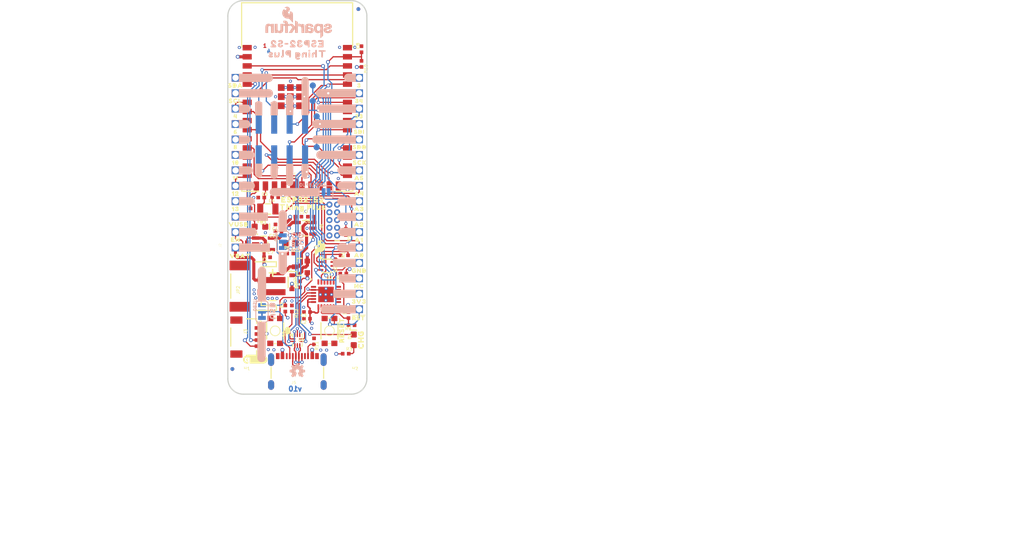
<source format=kicad_pcb>
(kicad_pcb (version 20211014) (generator pcbnew)
  (layers (0 "F.Cu" signal) (1 "In1.Cu" signal) (2 "In2.Cu" signal) (31 "B.Cu" signal) (34 "B.Paste" user) (35 "F.Paste" user) (36 "B.SilkS" user "B.Silkscreen") (37 "F.SilkS" user "F.Silkscreen") (38 "B.Mask" user) (39 "F.Mask" user) (44 "Edge.Cuts" user))
  (net 0 "")
  (net 1 "3.3V")
  (net 2 "CHIP_PU")
  (net 3 "GND")
  (net 4 "DTR")
  (net 5 "V_USB")
  (net 6 "VIN")
  (net 7 "RTS")
  (net 8 "CHG")
  (net 9 "V_BATT")
  (net 10 "N$10")
  (net 11 "N$12")
  (net 12 "0")
  (net 13 "N$17")
  (net 14 "N$1")
  (net 15 "A0")
  (net 16 "A1")
  (net 17 "A2")
  (net 18 "A3")
  (net 19 "A4")
  (net 20 "A5")
  (net 21 "SCK")
  (net 22 "COPI")
  (net 23 "CIPO")
  (net 24 "TX0")
  (net 25 "RX0")
  (net 26 "SDA")
  (net 27 "SCL")
  (net 28 "13")
  (net 29 "EN")
  (net 30 "N$2")
  (net 31 "N$4")
  (net 32 "MTMS")
  (net 33 "41/MTDI")
  (net 34 "MTDO")
  (net 35 "MTCK")
  (net 36 "ESP32_D+")
  (net 37 "ESP32_D-")
  (net 38 "CP210X_D+")
  (net 39 "CP210X_D-")
  (net 40 "N$3")
  (net 41 "N$5")
  (net 42 "USB_SEL")
  (net 43 "N$6")
  (net 44 "N$7")
  (net 45 "N$8")
  (net 46 "CC2")
  (net 47 "CC1")
  (net 48 "N$9")
  (net 49 "N$11")
  (net 50 "N$13")
  (net 51 "33/RX1")
  (net 52 "34/TX1")
  (net 53 "12")
  (net 54 "11")
  (net 55 "10")
  (net 56 "8")
  (net 57 "6")
  (net 58 "4")
  (net 59 "3")
  (net 60 "45")
  (net 61 "46")
  (net 62 "38")
  (net 63 "21")
  (net 64 "26")
  (net 65 "N$14")
  (footprint "boardEagle:0402-TIGHT" (layer "F.Cu") (at 150.733765 108.183679 180)
    (fp_text reference "C6")
    (fp_text value "4.7uF")
  )
  (footprint "boardEagle:130" (layer "F.Cu") (at 138.3411 106.9086)
    (fp_text reference "U$73" hide)
    (fp_text value "" hide)
  )
  (footprint "boardEagle:0402-TIGHT" (layer "F.Cu") (at 145.404837 109.458757 180)
    (fp_text reference "C1")
    (fp_text value "10uF")
  )
  (footprint "boardEagle:0402-TIGHT" (layer "F.Cu") (at 151.2443 128.7018 -90)
    (fp_text reference "R11")
    (fp_text value "5.1k")
  )
  (footprint "boardEagle:A10" (layer "F.Cu") (at 158.6611 111.9886)
    (fp_text reference "U$85" hide)
    (fp_text value "" hide)
  )
  (footprint "boardEagle:0402-TIGHT" (layer "F.Cu") (at 146.5199 123.2916 90)
    (fp_text reference "R2")
    (fp_text value "10k")
  )
  (footprint "boardEagle:VBAT0" (layer "F.Cu") (at 139.1285 114.6556)
    (fp_text reference "U$77" hide)
    (fp_text value "" hide)
  )
  (footprint "boardEagle:RESET0" (layer "F.Cu") (at 155.8036 126.829822 90)
    (fp_text reference "U$79" hide)
    (fp_text value "" hide)
  )
  (footprint "boardEagle:LED-0603" (layer "F.Cu") (at 142.349218 109.8296)
    (fp_text reference "D3")
    (fp_text value "BLUE")
  )
  (footprint "boardEagle:GND0" (layer "F.Cu") (at 158.6611 117.0686)
    (fp_text reference "U$83" hide)
    (fp_text value "" hide)
  )
  (footprint "boardEagle:SFE_LOGO_FLAME_.1" (layer "F.Cu") (at 152.217125 113.324641)
    (fp_text reference "LOGO1" hide)
    (fp_text value "SFE_LOGO_FLAME.1_INCH" hide)
  )
  (footprint "boardEagle:A50" (layer "F.Cu") (at 158.6611 101.8286)
    (fp_text reference "U$89" hide)
    (fp_text value "" hide)
  )
  (footprint "boardEagle:0402-TIGHT" (layer "F.Cu") (at 142.565121 105.026457)
    (fp_text reference "C5")
    (fp_text value "15pF")
  )
  (footprint "boardEagle:ESP32-S2-WROOM" (layer "F.Cu") (at 148.5011 92.3036 90)
    (fp_text reference "U1")
    (fp_text value "ESP32-S2-WROOM")
  )
  (footprint "boardEagle:FIDUCIAL-MICRO" (layer "F.Cu") (at 137.815318 133.24586)
    (fp_text reference "FD3" hide)
    (fp_text value "FIDUCIALUFIDUCIAL" hide)
  )
  (footprint "boardEagle:TACTILE_SWITCH_SMD_4.6X2.8MM" (layer "F.Cu") (at 153.7843 126.9746 -90)
    (fp_text reference "S1")
    (fp_text value "RESET")
  )
  (footprint "boardEagle:STAND-OFF" (layer "F.Cu") (at 157.3911 134.8486)
    (fp_text reference "H2")
    (fp_text value "STAND-OFF")
  )
  (footprint "boardEagle:VUSB0" (layer "F.Cu") (at 138.8237 109.4486)
    (fp_text reference "U$75" hide)
    (fp_text value "" hide)
  )
  (footprint "boardEagle:0402-TIGHT" (layer "F.Cu") (at 155.6131 115.0366 -90)
    (fp_text reference "R17")
    (fp_text value "10k")
  )
  (footprint "boardEagle:LED-0603" (layer "F.Cu") (at 157.7721 128.4478 90)
    (fp_text reference "D1")
    (fp_text value "Yellow")
  )
  (footprint "boardEagle:110" (layer "F.Cu") (at 138.3411 101.8286)
    (fp_text reference "U$15" hide)
    (fp_text value "" hide)
  )
  (footprint "boardEagle:1X12_SM_SQ_NOSILK" (layer "F.Cu") (at 138.3411 113.2586 90)
    (fp_text reference "J2")
    (fp_text value "")
  )
  (footprint "boardEagle:0603" (layer "F.Cu") (at 147.365715 112.557563 180)
    (fp_text reference "R6")
    (fp_text value "2.0k")
  )
  (footprint "boardEagle:CREATIVE_COMMONS" (layer "F.Cu") (at 119.9261 157.7086)
    (fp_text reference "FRAME1" hide)
    (fp_text value "FRAME-LEDGER" hide)
  )
  (footprint "boardEagle:UQFN10" (layer "F.Cu") (at 148.5011 128.4986)
    (fp_text reference "U5")
    (fp_text value "TC7USB40MU")
  )
  (footprint "boardEagle:A20" (layer "F.Cu") (at 158.6611 109.4486)
    (fp_text reference "U$86" hide)
    (fp_text value "" hide)
  )
  (footprint "boardEagle:3V30" (layer "F.Cu") (at 158.6611 122.1486)
    (fp_text reference "U$81" hide)
    (fp_text value "" hide)
  )
  (footprint "boardEagle:0402-TIGHT" (layer "F.Cu") (at 147.3327 114.2492)
    (fp_text reference "R13")
    (fp_text value "10k")
  )
  (footprint "boardEagle:30" (layer "F.Cu") (at 158.6611 86.5886)
    (fp_text reference "U$30" hide)
    (fp_text value "" hide)
  )
  (footprint "boardEagle:2X5-PTH-1.27MM-NO_SILK" (layer "F.Cu") (at 154.404062 108.729775 90)
    (fp_text reference "J6")
    (fp_text value "JTAG")
  )
  (footprint "boardEagle:0402-TIGHT" (layer "F.Cu") (at 156.052521 117.533419 180)
    (fp_text reference "R1")
    (fp_text value "10k")
  )
  (footprint "boardEagle:FOUR_LAYER_WARNING" (layer "F.Cu") (at 167.5511 98.0186)
    (fp_text reference "LOGO4" hide)
    (fp_text value "FOUR_LAYER_WARNING" hide)
  )
  (footprint "boardEagle:1X16_SM_SQ_NOSILK" (layer "F.Cu") (at 158.6611 123.4186 90)
    (fp_text reference "J4")
    (fp_text value "")
  )
  (footprint "boardEagle:60" (layer "F.Cu") (at 138.3411 94.2086)
    (fp_text reference "U$20" hide)
    (fp_text value "" hide)
  )
  (footprint "boardEagle:0402-TIGHT" (layer "F.Cu") (at 148.666203 108.1786)
    (fp_text reference "C19")
    (fp_text value "4.7uF")
  )
  (footprint "boardEagle:100" (layer "F.Cu") (at 138.3411 99.2886)
    (fp_text reference "U$17" hide)
    (fp_text value "" hide)
  )
  (footprint "boardEagle:QWIIC_4MM" (layer "F.Cu") (at 141.574518 131.714241)
    (fp_text reference "LOGO6" hide)
    (fp_text value "QWIIC_LOGO_4MM" hide)
  )
  (footprint "boardEagle:120" (layer "F.Cu") (at 138.3411 104.3686)
    (fp_text reference "U$72" hide)
    (fp_text value "" hide)
  )
  (footprint "boardEagle:0402-TIGHT" (layer "F.Cu") (at 156.903421 124.376185 90)
    (fp_text reference "R5")
    (fp_text value "22k")
  )
  (footprint "boardEagle:0402-TIGHT" (layer "F.Cu") (at 156.4513 130.7338)
    (fp_text reference "R3")
    (fp_text value "1k")
  )
  (footprint "boardEagle:NC0" (layer "F.Cu") (at 158.6611 119.6086)
    (fp_text reference "U$82" hide)
    (fp_text value "" hide)
  )
  (footprint "boardEagle:0402-TIGHT" (layer "F.Cu") (at 159.0421 80.6196 90)
    (fp_text reference "C8")
    (fp_text value "0.1uF")
  )
  (footprint "boardEagle:SOT23-5" (layer "F.Cu") (at 149.7711 110.0836 90)
    (fp_text reference "U4")
    (fp_text value "MCP73831")
  )
  (footprint "boardEagle:ORDERING_INSTRUCTIONS" (layer "F.Cu") (at 166.2811 86.5886)
    (fp_text reference "U$59" hide)
    (fp_text value "" hide)
  )
  (footprint "boardEagle:0402-TIGHT" (layer "F.Cu") (at 148.953218 119.3165 90)
    (fp_text reference "R7")
    (fp_text value "10k")
  )
  (footprint "boardEagle:FIDUCIAL-MICRO" (layer "F.Cu") (at 158.5341 74.0156)
    (fp_text reference "FD1" hide)
    (fp_text value "FIDUCIALUFIDUCIAL" hide)
  )
  (footprint "boardEagle:0402-TIGHT" (layer "F.Cu") (at 140.1953 112.8776 -90)
    (fp_text reference "R8")
    (fp_text value "100k")
  )
  (footprint "boardEagle:SOT23-3@1" (layer "F.Cu") (at 149.1361 116.4336 90)
    (fp_text reference "Q1")
    (fp_text value "2.5A/30V")
  )
  (footprint "boardEagle:0402-TIGHT" (layer "F.Cu") (at 145.394681 110.550963 180)
    (fp_text reference "C10")
    (fp_text value "1.0uF")
  )
  (footprint "boardEagle:TP_15TH" (layer "F.Cu") (at 154.8511 113.2586)
    (fp_text reference "TP1" hide)
    (fp_text value "" hide)
  )
  (footprint "boardEagle:0402-TIGHT" (layer "F.Cu") (at 150.083525 123.878338 180)
    (fp_text reference "C3")
    (fp_text value "4.7uF")
  )
  (footprint "boardEagle:40" (layer "F.Cu") (at 138.3411 91.6686)
    (fp_text reference "U$23" hide)
    (fp_text value "" hide)
  )
  (footprint "boardEagle:#RST#0" (layer "F.Cu") (at 158.6103 124.7902)
    (fp_text reference "U$7" hide)
    (fp_text value "" hide)
  )
  (footprint "boardEagle:0402-TIGHT" (layer "F.Cu") (at 144.853662 104.985819 180)
    (fp_text reference "C4")
    (fp_text value "15pF")
  )
  (footprint "boardEagle:A30" (layer "F.Cu") (at 158.6611 106.9086)
    (fp_text reference "U$87" hide)
    (fp_text value "" hide)
  )
  (footprint "boardEagle:TACTILE_SWITCH_SMD_4.6X2.8MM" (layer "F.Cu") (at 144.851118 126.9746 -90)
    (fp_text reference "S2")
    (fp_text value "0")
  )
  (footprint "boardEagle:A00" (layer "F.Cu") (at 158.6611 114.5286)
    (fp_text reference "U$84" hide)
    (fp_text value "" hide)
  )
  (footprint "boardEagle:ESP32#S2_0" (layer "F.Cu") (at 149.552656 105.392222)
    (fp_text reference "U$63" hide)
    (fp_text value "" hide)
  )
  (footprint "boardEagle:SC70-6" (layer "F.Cu") (at 153.35504 116.286279 -90)
    (fp_text reference "Q2")
    (fp_text value "MBT3904DW1T1")
  )
  (footprint "boardEagle:CHG0" (layer "F.Cu") (at 158.9659 128.4224 90)
    (fp_text reference "U$78" hide)
    (fp_text value "" hide)
  )
  (footprint "boardEagle:THING_PLUS_0" (layer "F.Cu") (at 149.550118 106.608882)
    (fp_text reference "U$62" hide)
    (fp_text value "" hide)
  )
  (footprint "boardEagle:00" (layer "F.Cu") (at 146.984718 126.954282)
    (fp_text reference "U$96" hide)
    (fp_text value "" hide)
  )
  (footprint "boardEagle:SOD-323" (layer "F.Cu") (at 147.6121 118.9736 -90)
    (fp_text reference "D2")
    (fp_text value "1A/23V/620mV")
  )
  (footprint "boardEagle:USB-C-16P-4LAYER-ISOLATED" (layer "F.Cu") (at 148.5011 130.7846)
    (fp_text reference "J5")
    (fp_text value "USB-C")
  )
  (footprint "boardEagle:0402-TIGHT" (layer "F.Cu") (at 150.080978 124.973085 180)
    (fp_text reference "C2")
    (fp_text value "0.1uF")
  )
  (footprint "boardEagle:SDA0" (layer "F.Cu") (at 138.3411 86.5886)
    (fp_text reference "U$25" hide)
    (fp_text value "" hide)
  )
  (footprint "boardEagle:QFN24" (layer "F.Cu") (at 153.210262 120.97766)
    (fp_text reference "U2")
    (fp_text value "CP210X")
  )
  (footprint "boardEagle:0402-TIGHT" (layer "F.Cu") (at 147.604481 123.294141 -90)
    (fp_text reference "R12")
    (fp_text value "5.1k")
  )
  (footprint "boardEagle:SOT23-5" (layer "F.Cu") (at 142.9385 112.649 -90)
    (fp_text reference "U3")
    (fp_text value "AP2112")
  )
  (footprint "boardEagle:JST04_1MM_RA" (layer "F.Cu") (at 142.1511 127.9906 -90)
    (fp_text reference "J3")
    (fp_text value "QWIIC_RA")
  )
  (footprint "boardEagle:80" (layer "F.Cu") (at 138.3411 96.7486)
    (fp_text reference "U$18" hide)
    (fp_text value "" hide)
  )
  (footprint "boardEagle:0402-TIGHT" (layer "F.Cu") (at 156.8323 115.0366 90)
    (fp_text reference "R18")
    (fp_text value "10k")
  )
  (footprint "boardEagle:0402-TIGHT" (layer "F.Cu") (at 159.044637 83.0326 -90)
    (fp_text reference "R10")
    (fp_text value "10k")
  )
  (footprint "boardEagle:CRYSTAL-SMD-3.2X1.5MM" (layer "F.Cu") (at 143.644618 106.913682 180)
    (fp_text reference "Y1")
    (fp_text value "32.768kHz")
  )
  (footprint "boardEagle:0402-TIGHT" (layer "F.Cu") (at 156.4767 110.6932 -90)
    (fp_text reference "R14")
    (fp_text value "10k")
  )
  (footprint "boardEagle:0402-TIGHT" (layer "F.Cu") (at 143.5227 114.8588)
    (fp_text reference "C7")
    (fp_text value "1.0uF")
  )
  (footprint "boardEagle:SCL0" (layer "F.Cu") (at 138.3411 89.1286)
    (fp_text reference "U$26" hide)
    (fp_text value "" hide)
  )
  (footprint "boardEagle:SDO0" (layer "F.Cu") (at 158.7627 96.7486)
    (fp_text reference "U$6" hide)
    (fp_text value "" hide)
  )
  (footprint "boardEagle:340" (layer "F.Cu") (at 158.6611 89.1286)
    (fp_text reference "U$29" hide)
    (fp_text value "" hide)
  )
  (footprint "boardEagle:A40" (layer "F.Cu") (at 158.6611 104.3686)
    (fp_text reference "U$88" hide)
    (fp_text value "" hide)
  )
  (footprint "boardEagle:SDI0" (layer "F.Cu") (at 158.6865 94.2086)
    (fp_text reference "U$2" hide)
    (fp_text value "" hide)
  )
  (footprint "boardEagle:STAND-OFF" (layer "F.Cu") (at 139.6111 134.8486)
    (fp_text reference "H1")
    (fp_text value "STAND-OFF")
  )
  (footprint "boardEagle:330" (layer "F.Cu") (at 158.6611 91.6686)
    (fp_text reference "U$24" hide)
    (fp_text value "" hide)
  )
  (footprint "boardEagle:0402-TIGHT" (layer "F.Cu") (at 157.408875 126.039879 180)
    (fp_text reference "R9")
    (fp_text value "33k")
  )
  (footprint "boardEagle:0402-TIGHT" (layer "F.Cu") (at 140.817603 107.322622 -90)
    (fp_text reference "R4")
    (fp_text value "1k")
  )
  (footprint "boardEagle:EN0" (layer "F.Cu") (at 138.3411 111.9632)
    (fp_text reference "U$76" hide)
    (fp_text value "" hide)
  )
  (footprint "boardEagle:JST-2-SMD" (layer "F.Cu") (at 140.5509 119.6086 90)
    (fp_text reference "JP2")
    (fp_text value "LiPo")
  )
  (footprint "boardEagle:SCK0" (layer "F.Cu") (at 158.7627 99.2886)
    (fp_text reference "U$90" hide)
    (fp_text value "" hide)
  )
  (footprint "boardEagle:130" (layer "F.Cu") (at 142.394937 108.821219)
    (fp_text reference "U$74" hide)
    (fp_text value "" hide)
  )
  (footprint "boardEagle:THING_PLUS0" (layer "B.Cu") (at 148.371559 81.386682 180)
    (fp_text reference "U$61" hide)
    (fp_text value "" hide)
  )
  (footprint "boardEagle:#36#SCK#0" (layer "B.Cu") (at 158.465518 98.01606 180)
    (fp_text reference "U$31" hide)
    (fp_text value "" hide)
  )
  (footprint "boardEagle:SMT-JUMPER_2_NO_SILK" (layer "B.Cu") (at 153.2255 104.1146 180)
    (fp_text reference "GPIO18PU0")
    (fp_text value "")
  )
  (footprint "boardEagle:#VBAT#0" (layer "B.Cu") (at 138.5697 113.2586 180)
    (fp_text reference "U$42" hide)
    (fp_text value "" hide)
  )
  (footprint "boardEagle:#11#0" (layer "B.Cu") (at 138.5443 100.5713 180)
    (fp_text reference "U$47" hide)
    (fp_text value "" hide)
  )
  (footprint "boardEagle:#8#0" (layer "B.Cu") (at 138.5443 95.4913 180)
    (fp_text reference "U$49" hide)
    (fp_text value "" hide)
  )
  (footprint "boardEagle:PAD.03X.04" (layer "B.Cu") (at 151.0411 86.5886 180)
    (fp_text reference "TP5" hide)
    (fp_text value "" hide)
  )
  (footprint "boardEagle:#45#0" (layer "B.Cu") (at 144.696181 91.7956 90)
    (fp_text reference "U$10" hide)
    (fp_text value "" hide)
  )
  (footprint "boardEagle:#GPIO18PU#0" (layer "B.Cu") (at 152.4127 104.14 180)
    (fp_text reference "U$16" hide)
    (fp_text value "" hide)
  )
  (footprint "boardEagle:#41#MTDI#0" (layer "B.Cu") (at 149.77364 91.777819 90)
    (fp_text reference "U$38" hide)
    (fp_text value "" hide)
  )
  (footprint "boardEagle:2X4_SMT_NO_POSTS_NS" (layer "B.Cu") (at 145.9611 95.4786)
    (fp_text reference "J7")
    (fp_text value "")
  )
  (footprint "boardEagle:FIDUCIAL-MICRO" (layer "B.Cu") (at 137.815318 133.24586 180)
    (fp_text reference "FD4" hide)
    (fp_text value "FIDUCIALUFIDUCIAL" hide)
  )
  (footprint "boardEagle:#33#RX1#0" (layer "B.Cu") (at 158.465518 90.39606 180)
    (fp_text reference "U$35" hide)
    (fp_text value "" hide)
  )
  (footprint "boardEagle:#26#0" (layer "B.Cu") (at 144.6911 99.164141 90)
    (fp_text reference "U$55" hide)
    (fp_text value "" hide)
  )
  (footprint "boardEagle:#34#TX1#0" (layer "B.Cu") (at 158.465518 87.85606 180)
    (fp_text reference "U$36" hide)
    (fp_text value "" hide)
  )
  (footprint "boardEagle:#VUSB#0" (layer "B.Cu") (at 138.5697 108.1786 180)
    (fp_text reference "U$41" hide)
    (fp_text value "" hide)
  )
  (footprint "boardEagle:#38#0" (layer "B.Cu") (at 149.7711 99.18446 90)
    (fp_text reference "U$57" hide)
    (fp_text value "" hide)
  )
  (footprint "boardEagle:SMT-JUMPER_3_1-NC_TRACE_SILK" (layer "B.Cu") (at 146.1135 112.2934 -90)
    (fp_text reference "CHG0")
    (fp_text value "")
  )
  (footprint "boardEagle:#100#0" (layer "B.Cu") (at 146.1008 110.977682 90)
    (fp_text reference "U$60" hide)
    (fp_text value "" hide)
  )
  (footprint "boardEagle:#A5#0" (layer "B.Cu") (at 158.447737 100.550982 180)
    (fp_text reference "U$12" hide)
    (fp_text value "" hide)
  )
  (footprint "boardEagle:#2#SCL#0" (layer "B.Cu") (at 138.5443 87.8713 180)
    (fp_text reference "U$53" hide)
    (fp_text value "" hide)
  )
  (footprint "boardEagle:#4#0" (layer "B.Cu") (at 138.5443 90.4113 180)
    (fp_text reference "U$51" hide)
    (fp_text value "" hide)
  )
  (footprint "boardEagle:#NC#0" (layer "B.Cu") (at 158.447737 118.330982 180)
    (fp_text reference "U$44" hide)
    (fp_text value "" hide)
  )
  (footprint "boardEagle:#RX0#0" (layer "B.Cu") (at 147.23364 91.7702 90)
    (fp_text reference "U$58" hide)
    (fp_text value "" hide)
  )
  (footprint "boardEagle:#500#0" (layer "B.Cu") (at 146.098262 113.649763 90)
    (fp_text reference "U$4" hide)
    (fp_text value "" hide)
  )
  (footprint "boardEagle:FIDUCIAL-MICRO" (layer "B.Cu") (at 158.5341 74.0156 180)
    (fp_text reference "FD2" hide)
    (fp_text value "FIDUCIALUFIDUCIAL" hide)
  )
  (footprint "boardEagle:#1#SDA#0" (layer "B.Cu") (at 138.5443 85.3313 180)
    (fp_text reference "U$52" hide)
    (fp_text value "" hide)
  )
  (footprint "boardEagle:#3#0" (layer "B.Cu") (at 158.465518 85.31606 180)
    (fp_text reference "U$37" hide)
    (fp_text value "" hide)
  )
  (footprint "boardEagle:#A2#0" (layer "B.Cu") (at 158.4833 108.211619 180)
    (fp_text reference "U$21" hide)
    (fp_text value "" hide)
  )
  (footprint "boardEagle:#10#0" (layer "B.Cu") (at 138.5443 98.0313 180)
    (fp_text reference "U$50" hide)
    (fp_text value "" hide)
  )
  (footprint "boardEagle:#A1#0" (layer "B.Cu") (at 158.429959 110.710979 180)
    (fp_text reference "U$64" hide)
    (fp_text value "" hide)
  )
  (footprint "boardEagle:ESP32#S20" (layer "B.Cu") (at 148.384259 79.722979 180)
    (fp_text reference "U$5" hide)
    (fp_text value "" hide)
  )
  (footprint "boardEagle:#TX0#0" (layer "B.Cu") (at 147.238718 99.179382 90)
    (fp_text reference "U$56" hide)
    (fp_text value "" hide)
  )
  (footprint "boardEagle:CHG0" (layer "B.Cu") (at 149.062437 112.295941 90)
    (fp_text reference "U$3" hide)
    (fp_text value "" hide)
  )
  (footprint "boardEagle:PAD.03X.04" (layer "B.Cu") (at 151.0411 89.1286 180)
    (fp_text reference "TP2" hide)
    (fp_text value "" hide)
  )
  (footprint "boardEagle:#3V3#0" (layer "B.Cu") (at 158.447737 120.870982 180)
    (fp_text reference "U$45" hide)
    (fp_text value "" hide)
  )
  (footprint "boardEagle:#CP210X#0" (layer "B.Cu") (at 142.6083 125.1458 90)
    (fp_text reference "U$1" hide)
    (fp_text value "" hide)
  )
  (footprint "boardEagle:#GND#0" (layer "B.Cu") (at 158.447737 115.790982 180)
    (fp_text reference "U$32" hide)
    (fp_text value "" hide)
  )
  (footprint "boardEagle:##RESET##0" (layer "B.Cu") (at 158.447737 123.410982 180)
    (fp_text reference "U$46" hide)
    (fp_text value "" hide)
  )
  (footprint "boardEagle:#35#COPI#0" (layer "B.Cu") (at 158.465518 95.47606 180)
    (fp_text reference "U$33" hide)
    (fp_text value "" hide)
  )
  (footprint "boardEagle:#12#0" (layer "B.Cu") (at 138.5697 103.0986 180)
    (fp_text reference "U$39" hide)
    (fp_text value "" hide)
  )
  (footprint "boardEagle:#A0#0" (layer "B.Cu") (at 158.447737 113.250982 180)
    (fp_text reference "U$28" hide)
    (fp_text value "" hide)
  )
  (footprint "boardEagle:SFE_LOGO_NAME_FLAME_.1" (layer "B.Cu") (at 148.635718 77.3176 180)
    (fp_text reference "LOGO3" hide)
    (fp_text value "SFE_LOGO_NAME_FLAME.1_INCH" hide)
  )
  (footprint "boardEagle:#21#0" (layer "B.Cu") (at 142.156181 99.151441 90)
    (fp_text reference "U$54" hide)
    (fp_text value "" hide)
  )
  (footprint "boardEagle:SMT-JUMPER_3_1-NC_TRACE_SILK" (layer "B.Cu") (at 142.6845 123.7996 -90)
    (fp_text reference "USB0")
    (fp_text value "")
  )
  (footprint "boardEagle:#A3#0" (layer "B.Cu") (at 158.493459 105.6513 180)
    (fp_text reference "U$22" hide)
    (fp_text value "" hide)
  )
  (footprint "boardEagle:#46#0" (layer "B.Cu") (at 142.1384 91.8337 90)
    (fp_text reference "U$8" hide)
    (fp_text value "" hide)
  )
  (footprint "boardEagle:OSHW-LOGO-MINI" (layer "B.Cu") (at 148.5011 133.5786 180)
    (fp_text reference "LOGO2" hide)
    (fp_text value "OSHW-LOGOMINI" hide)
  )
  (footprint "boardEagle:PAD.03X.04" (layer "B.Cu") (at 151.6761 96.7486 180)
    (fp_text reference "TP4" hide)
    (fp_text value "" hide)
  )
  (footprint "boardEagle:#13#0" (layer "B.Cu") (at 138.5697 105.6386 180)
    (fp_text reference "U$40" hide)
    (fp_text value "" hide)
  )
  (footprint "boardEagle:#ESP32#0" (layer "B.Cu") (at 142.6845 122.428 90)
    (fp_text reference "U$9" hide)
    (fp_text value "" hide)
  )
  (footprint "boardEagle:PAD.03X.04" (layer "B.Cu") (at 151.6761 91.6686 180)
    (fp_text reference "TP3" hide)
    (fp_text value "" hide)
  )
  (footprint "boardEagle:#6#0" (layer "B.Cu") (at 138.5443 92.9513 180)
    (fp_text reference "U$48" hide)
    (fp_text value "" hide)
  )
  (footprint "boardEagle:#37#CIPO#0" (layer "B.Cu") (at 158.465518 92.93606 180)
    (fp_text reference "U$34" hide)
    (fp_text value "" hide)
  )
  (footprint "boardEagle:#EN#0" (layer "B.Cu") (at 138.5697 110.7186 180)
    (fp_text reference "U$43" hide)
    (fp_text value "" hide)
  )
  (footprint "boardEagle:MA0" (layer "B.Cu") (at 147.977859 112.229897 90)
    (fp_text reference "U$11" hide)
    (fp_text value "" hide)
  )
  (footprint "boardEagle:#A4#0" (layer "B.Cu") (at 158.447737 103.090982 180)
    (fp_text reference "U$19" hide)
    (fp_text value "" hide)
  )
  (footprint "boardEagle:USB0" (layer "B.Cu") (at 144.406618 123.642122 90)
    (fp_text reference "U$14" hide)
    (fp_text value "" hide)
  )
  (gr_arc (start 148.179846 113.563735) (mid 147.795736 113.698891) (end 147.473786 113.44958) (layer "B.SilkS") (width 0.2032))
  (gr_arc (start 147.640037 111.018316) (mid 148.034465 110.917153) (end 148.33346 111.193576) (layer "B.SilkS") (width 0.2032))
  (gr_line (start 148.288906 113.411413) (end 148.179846 113.563735) (layer "B.SilkS") (width 0.2032))
  (gr_line (start 147.518118 111.160554) (end 147.640037 111.018316) (layer "B.SilkS") (width 0.2032))
  (gr_line (start 139.6111 137.3886) (end 157.3911 137.3886) (layer "Edge.Cuts") (width 0.2032))
  (gr_arc (start 139.6111 137.3886) (mid 137.815049 136.644651) (end 137.0711 134.8486) (layer "Edge.Cuts") (width 0.2032))
  (gr_line (start 159.9311 134.8486) (end 159.9311 75.1586) (layer "Edge.Cuts") (width 0.2032))
  (gr_arc (start 159.9311 134.8486) (mid 159.187151 136.644651) (end 157.3911 137.3886) (layer "Edge.Cuts") (width 0.2032))
  (gr_line (start 157.3911 72.6186) (end 139.6111 72.6186) (layer "Edge.Cuts") (width 0.2032))
  (gr_arc (start 137.0711 75.1586) (mid 137.815049 73.362549) (end 139.6111 72.6186) (layer "Edge.Cuts") (width 0.2032))
  (gr_arc (start 157.3911 72.6186) (mid 159.187151 73.362549) (end 159.9311 75.1586) (layer "Edge.Cuts") (width 0.2032))
  (gr_line (start 137.0711 75.1586) (end 137.0711 134.8486) (layer "Edge.Cuts") (width 0.2032))
  (gr_text "1" (at 142.7734 80.41386) (layer "F.Cu") (effects (font (size 0.6096 0.6096) (thickness 0.2032)) (justify left bottom)))
  (gr_text "4" (at 144.1704 81.30286) (layer "B.Cu") (effects (font (size 0.6096 0.6096) (thickness 0.2032)) (justify left bottom mirror)))
  (gr_text "v10" (at 149.352 136.519922) (layer "B.Cu") (effects (font (size 0.8128 0.8128) (thickness 0.2032)) (justify left mirror)))
  (gr_text "-" (at 144.4117 121.8692) (layer "F.SilkS") (effects (font (size 1.42494 1.42494) (thickness 0.25146))))
  (gr_text "+" (at 144.4371 117.3226) (layer "F.SilkS") (effects (font (size 1.42494 1.42494) (thickness 0.25146))))
  (segment (start 156.552521 117.533419) (end 156.552521 116.931819) (width 0.2032) (layer "F.Cu") (net 1))
  (segment (start 158.277559 83.555841) (end 158.3008 83.5326) (width 0.2032) (layer "F.Cu") (net 1))
  (segment (start 147.32254 108.209079) (end 147.322581 108.209119) (width 0.508) (layer "F.Cu") (net 1))
  (segment (start 138.706259 81.8636) (end 138.69924 81.856582) (width 0.508) (layer "F.Cu") (net 1))
  (segment (start 150.580978 123.880885) (end 150.580978 124.973085) (width 0.254) (layer "F.Cu") (net 1))
  (segment (start 145.894681 110.550963) (end 145.894681 109.468913) (width 0.508) (layer "F.Cu") (net 1))
  (segment (start 145.894681 111.320957) (end 145.894681 110.550963) (width 0.508) (layer "F.Cu") (net 1))
  (segment (start 159.044637 83.5326) (end 158.3008 83.5326) (width 0.2032) (layer "F.Cu") (net 1))
  (segment (start 147.329778 108.566197) (end 147.329778 108.216316) (width 0.508) (layer "F.Cu") (net 1))
  (segment (start 150.213062 121.953019) (end 150.213062 122.18416) (width 0.254) (layer "F.Cu") (net 1))
  (segment (start 150.220681 122.176541) (end 150.220681 122.22766) (width 0.254) (layer "F.Cu") (net 1))
  (segment (start 151.960262 123.02766) (end 151.960262 123.853257) (width 0.254) (layer "F.Cu") (net 1))
  (segment (start 151.3205 123.878338) (end 150.583525 123.878338) (width 0.254) (layer "F.Cu") (net 1))
  (segment (start 151.457662 124.0155) (end 151.3205 123.878338) (width 0.254) (layer "F.Cu") (net 1))
  (segment (start 150.207978 122.189244) (end 150.213062 122.18416) (width 0.2032) (layer "F.Cu") (net 1))
  (segment (start 150.213059 122.902982) (end 150.213059 122.222263) (width 0.254) (layer "F.Cu") (net 1))
  (segment (start 150.213062 122.18416) (end 150.220681 122.176541) (width 0.2032) (layer "F.Cu") (net 1))
  (segment (start 150.213059 122.902982) (end 150.583525 123.273447) (width 0.254) (layer "F.Cu") (net 1))
  (segment (start 142.1511 127.4906) (end 143.385159 127.4906) (width 0.508) (layer "F.Cu") (net 1))
  (segment (start 150.438421 121.72766) (end 150.213062 121.953019) (width 0.254) (layer "F.Cu") (net 1))
  (segment (start 145.516637 111.699) (end 145.894681 111.320957) (width 0.508) (layer "F.Cu") (net 1))
  (segment (start 140.2511 81.8636) (end 138.706259 81.8636) (width 0.508) (layer "F.Cu") (net 1))
  (segment (start 151.160262 121.72766) (end 150.438421 121.72766) (width 0.254) (layer "F.Cu") (net 1))
  (segment (start 150.207978 122.189244) (end 150.207978 122.227344) (width 0.2032) (layer "F.Cu") (net 1))
  (segment (start 144.2386 111.699) (end 145.516637 111.699) (width 0.508) (layer "F.Cu") (net 1))
  (segment (start 146.5199 124.414285) (end 146.918678 124.813063) (width 0.1778) (layer "F.Cu") (net 1))
  (segment (start 146.5199 123.7916) (end 146.5199 124.414285) (width 0.1778) (layer "F.Cu") (net 1))
  (segment (start 147.329778 108.216316) (end 147.32254 108.209079) (width 0.2032) (layer "F.Cu") (net 1))
  (segment (start 148.5011 127.7561) (end 148.5011 126.61646) (width 0.2032) (layer "F.Cu") (net 1))
  (segment (start 151.160262 122.22766) (end 150.220681 122.22766) (width 0.2032) (layer "F.Cu") (net 1))
  (segment (start 150.583525 123.878338) (end 150.580978 123.880885) (width 0.254) (layer "F.Cu") (net 1))
  (segment (start 151.960262 123.853257) (end 151.798018 124.0155) (width 0.254) (layer "F.Cu") (net 1))
  (segment (start 155.039062 111.269775) (end 155.115637 111.1932) (width 0.1778) (layer "F.Cu") (net 1))
  (segment (start 145.904837 109.458757) (end 146.437218 109.458757) (width 0.508) (layer "F.Cu") (net 1))
  (segment (start 143.385159 127.4906) (end 143.428718 127.447041) (width 0.508) (layer "F.Cu") (net 1))
  (segment (start 151.798018 124.0155) (end 151.457662 124.0155) (width 0.254) (layer "F.Cu") (net 1))
  (segment (start 150.580978 124.973085) (end 150.580978 125.524266) (width 0.254) (layer "F.Cu") (net 1))
  (segment (start 155.115637 111.1932) (end 156.4767 111.1932) (width 0.1778) (layer "F.Cu") (net 1))
  (segment (start 150.9014 125.732541) (end 150.789253 125.732541) (width 0.254) (layer "F.Cu") (net 1))
  (segment (start 150.789253 125.732541) (end 150.580978 125.524266) (width 0.254) (layer "F.Cu") (net 1))
  (segment (start 150.213059 122.222263) (end 150.207978 122.227344) (width 0.2032) (layer "F.Cu") (net 1))
  (segment (start 157.083762 116.806979) (end 156.677362 116.806979) (width 0.2032) (layer "F.Cu") (net 1))
  (segment (start 150.583525 123.273447) (end 150.583525 123.878338) (width 0.254) (layer "F.Cu") (net 1))
  (segment (start 146.437218 109.458757) (end 147.329778 108.566197) (width 0.508) (layer "F.Cu") (net 1))
  (segment (start 156.677362 116.806979) (end 156.552521 116.931819) (width 0.2032) (layer "F.Cu") (net 1))
  (segment (start 145.894681 109.468913) (end 145.904837 109.458757) (width 0.508) (layer "F.Cu") (net 1))
  (via (at 146.918678 124.813063) (size 0.5588) (drill 0.3048) (layers "F.Cu" "B.Cu") (net 1))
  (via (at 147.32254 108.209079) (size 0.635) (drill 0.381) (layers "F.Cu" "B.Cu") (net 1))
  (via (at 148.5011 126.61646) (size 0.508) (drill 0.254) (layers "F.Cu" "B.Cu") (net 1))
  (via (at 158.277559 83.555841) (size 0.635) (drill 0.381) (layers "F.Cu" "B.Cu") (net 1))
  (via (at 150.9014 125.732541) (size 0.5588) (drill 0.3048) (layers "F.Cu" "B.Cu") (net 1))
  (via (at 143.428718 127.447041) (size 0.635) (drill 0.381) (layers "F.Cu" "B.Cu") (net 1))
  (via (at 138.69924 81.856582) (size 0.635) (drill 0.381) (layers "F.Cu" "B.Cu") (net 1))
  (via (at 157.083762 116.806979) (size 0.635) (drill 0.381) (layers "F.Cu" "B.Cu") (net 1))
  (segment (start 159.0421 81.8636) (end 159.044637 81.8636) (width 0.2032) (layer "F.Cu") (net 2))
  (segment (start 154.4701 125.9078) (end 154.5843 125.7936) (width 0.1778) (layer "F.Cu") (net 2))
  (segment (start 154.3945 81.8636) (end 153.5303 82.7278) (width 0.2032) (layer "F.Cu") (net 2))
  (segment (start 159.044637 81.8636) (end 159.044637 82.5326) (width 0.2032) (layer "F.Cu") (net 2))
  (segment (start 153.8605 125.9078) (end 154.4701 125.9078) (width 0.1778) (layer "F.Cu") (net 2))
  (segment (start 151.554421 116.936279) (end 151.5491 116.9416) (width 0.2032) (layer "F.Cu") (net 2))
  (segment (start 152.43504 116.936279) (end 151.554421 116.936279) (width 0.2032) (layer "F.Cu") (net 2))
  (segment (start 156.7411 81.8636) (end 159.0421 81.8636) (width 0.2032) (layer "F.Cu") (net 2))
  (segment (start 154.5843 125.7936) (end 154.5843 124.9246) (width 0.1778) (layer "F.Cu") (net 2))
  (segment (start 159.0421 81.1196) (end 159.0421 81.8636) (width 0.2032) (layer "F.Cu") (net 2))
  (segment (start 156.7411 81.8636) (end 154.3945 81.8636) (width 0.2032) (layer "F.Cu") (net 2))
  (via (at 153.5303 82.7278) (size 0.635) (drill 0.381) (layers "F.Cu" "B.Cu") (net 2))
  (via (at 151.5491 116.9416) (size 0.635) (drill 0.381) (layers "F.Cu" "B.Cu") (net 2))
  (via (at 153.8605 125.9078) (size 0.635) (drill 0.381) (layers "F.Cu" "B.Cu") (net 2))
  (segment (start 151.5491 116.9416) (end 151.5491 117.475) (width 0.2032) (layer "B.Cu") (net 2))
  (segment (start 154.8257 117.3988) (end 154.8257 118.5672) (width 0.2032) (layer "B.Cu") (net 2))
  (segment (start 152.6667 118.5926) (end 154.8003 118.5926) (width 0.2032) (layer "B.Cu") (net 2))
  (segment (start 151.996137 105.961182) (end 151.996137 106.189775) (width 0.2032) (layer "B.Cu") (net 2))
  (segment (start 154.8257 123.9774) (end 153.8605 124.9426) (width 0.2032) (layer "B.Cu") (net 2))
  (segment (start 154.1653 86.233) (end 154.1653 88.265) (width 0.2032) (layer "B.Cu") (net 2))
  (segment (start 151.996137 105.961182) (end 151.994265 105.95931) (width 0.2032) (layer "B.Cu") (net 2))
  (segment (start 153.954481 88.475819) (end 153.954481 99.4791) (width 0.2032) (layer "B.Cu") (net 2))
  (segment (start 154.1653 116.9924) (end 154.4193 116.9924) (width 0.2032) (layer "B.Cu") (net 2))
  (segment (start 152.902921 115.730022) (end 154.1653 116.9924) (width 0.2032) (layer "B.Cu") (net 2))
  (segment (start 151.996137 110.205519) (end 152.902921 111.112304) (width 0.2032) (layer "B.Cu") (net 2))
  (segment (start 153.045159 100.388422) (end 153.954481 99.4791) (width 0.2032) (layer "B.Cu") (net 2))
  (segment (start 154.4193 116.9924) (end 154.8257 117.3988) (width 0.2032) (layer "B.Cu") (net 2))
  (segment (start 158.6611 123.4186) (end 158.6611 125.0188) (width 0.2032) (layer "B.Cu") (net 2))
  (segment (start 151.994265 105.95931) (end 151.994265 103.390035) (width 0.2032) (layer "B.Cu") (net 2))
  (segment (start 154.1653 88.265) (end 153.954481 88.475819) (width 0.2032) (layer "B.Cu") (net 2))
  (segment (start 151.996137 106.189775) (end 151.996137 110.205519) (width 0.2032) (layer "B.Cu") (net 2))
  (segment (start 153.5303 85.598) (end 154.1653 86.233) (width 0.2032) (layer "B.Cu") (net 2))
  (segment (start 153.8605 124.9426) (end 153.8605 125.9078) (width 0.2032) (layer "B.Cu") (net 2))
  (segment (start 158.6611 125.0188) (end 157.7721 125.9078) (width 0.2032) (layer "B.Cu") (net 2))
  (segment (start 151.994265 103.390035) (end 153.045159 102.339141) (width 0.2032) (layer "B.Cu") (net 2))
  (segment (start 153.769062 106.189775) (end 151.996137 106.189775) (width 0.2032) (layer "B.Cu") (net 2))
  (segment (start 154.8257 118.5672) (end 154.8257 123.9774) (width 0.2032) (layer "B.Cu") (net 2))
  (segment (start 154.8003 118.5926) (end 154.8257 118.5672) (width 0.2032) (layer "B.Cu") (net 2))
  (segment (start 152.902921 111.112304) (end 152.902921 115.730022) (width 0.2032) (layer "B.Cu") (net 2))
  (segment (start 151.5491 117.475) (end 152.6667 118.5926) (width 0.2032) (layer "B.Cu") (net 2))
  (segment (start 157.7721 125.9078) (end 153.8605 125.9078) (width 0.2032) (layer "B.Cu") (net 2))
  (segment (start 153.045159 102.339141) (end 153.045159 100.388422) (width 0.2032) (layer "B.Cu") (net 2))
  (segment (start 153.5303 82.7278) (end 153.5303 85.598) (width 0.2032) (layer "B.Cu") (net 2))
  (segment (start 148.9011 127.22231) (end 149.021803 127.101607) (width 0.2032) (layer "F.Cu") (net 3))
  (segment (start 151.160262 120.22766) (end 152.131459 120.22766) (width 0.2032) (layer "F.Cu") (net 3))
  (segment (start 150.246778 120.22766) (end 150.238459 120.235979) (width 0.1778) (layer "F.Cu") (net 3))
  (segment (start 148.5011 129.2386) (end 148.511262 129.248763) (width 0.2032) (layer "F.Cu") (net 3))
  (segment (start 148.9011 127.7586) (end 148.9011 127.22231) (width 0.2032) (layer "F.Cu") (net 3))
  (segment (start 152.131459 120.22766) (end 152.143459 120.21566) (width 0.2032) (layer "F.Cu") (net 3))
  (segment (start 148.511262 129.248763) (end 148.511262 129.989588) (width 0.2032) (layer "F.Cu") (net 3))
  (segment (start 151.160262 120.22766) (end 150.246778 120.22766) (width 0.2032) (layer "F.Cu") (net 3))
  (via (at 155.239725 101.899725) (size 0.508) (drill 0.254) (layers "F.Cu" "B.Cu") (net 3))
  (via (at 141.660881 121.551697) (size 0.508) (drill 0.254) (layers "F.Cu" "B.Cu") (net 3))
  (via (at 145.140681 121.627897) (size 0.508) (drill 0.254) (layers "F.Cu" "B.Cu") (net 3))
  (via (at 148.511262 129.989588) (size 0.508) (drill 0.254) (layers "F.Cu" "B.Cu") (net 3))
  (via (at 146.151606 104.703885) (size 0.508) (drill 0.254) (layers "F.Cu" "B.Cu") (net 3))
  (via (at 146.578325 89.931238) (size 0.508) (drill 0.254) (layers "F.Cu" "B.Cu") (net 3))
  (via (at 147.355559 90.825316) (size 0.508) (drill 0.254) (layers "F.Cu" "B.Cu") (net 3))
  (via (at 141.381481 120.230897) (size 0.508) (drill 0.254) (layers "F.Cu" "B.Cu") (net 3))
  (via (at 143.667481 121.627897) (size 0.508) (drill 0.254) (layers "F.Cu" "B.Cu") (net 3))
  (via (at 146.575784 86.918804) (size 0.508) (drill 0.254) (layers "F.Cu" "B.Cu") (net 3))
  (via (at 153.311865 130.139444) (size 0.508) (drill 0.254) (layers "F.Cu" "B.Cu") (net 3))
  (via (at 154.11704 120.995438) (size 0.508) (drill 0.254) (layers "F.Cu" "B.Cu") (net 3))
  (via (at 141.317984 105.039166) (size 0.508) (drill 0.254) (layers "F.Cu" "B.Cu") (net 3))
  (via (at 142.590525 112.666785) (size 0.508) (drill 0.254) (layers "F.Cu" "B.Cu") (net 3))
  (via (at 141.406881 120.865897) (size 0.508) (drill 0.254) (layers "F.Cu" "B.Cu") (net 3))
  (via (at 150.091143 110.091225) (size 0.508) (drill 0.254) (layers "F.Cu" "B.Cu") (net 3))
  (via (at 143.245843 110.820204) (size 0.508) (drill 0.254) (layers "F.Cu" "B.Cu") (net 3))
  (via (at 149.928587 107.297225) (size 0.508) (drill 0.254) (layers "F.Cu" "B.Cu") (net 3))
  (via (at 149.021803 127.101607) (size 0.508) (drill 0.254) (layers "F.Cu" "B.Cu") (net 3))
  (via (at 153.17724 121.960638) (size 0.508) (drill 0.254) (layers "F.Cu" "B.Cu") (net 3))
  (via (at 150.235925 120.083585) (size 0.508) (drill 0.254) (layers "F.Cu" "B.Cu") (net 3))
  (via (at 153.20264 120.004838) (size 0.508) (drill 0.254) (layers "F.Cu" "B.Cu") (net 3))
  (via (at 153.15184 120.995438) (size 0.508) (drill 0.254) (layers "F.Cu" "B.Cu") (net 3))
  (via (at 149.534884 123.090944) (size 0.508) (drill 0.254) (layers "F.Cu" "B.Cu") (net 3))
  (via (at 144.642843 130.088647) (size 0.508) (drill 0.254) (layers "F.Cu" "B.Cu") (net 3))
  (via (at 141.549125 80.307185) (size 0.508) (drill 0.254) (layers "F.Cu" "B.Cu") (net 3))
  (via (at 144.378681 121.627897) (size 0.508) (drill 0.254) (layers "F.Cu" "B.Cu") (net 3))
  (via (at 138.958325 80.332585) (size 0.508) (drill 0.254) (layers "F.Cu" "B.Cu") (net 3))
  (via (at 152.28824 120.995438) (size 0.508) (drill 0.254) (layers "F.Cu" "B.Cu") (net 3))
  (via (at 157.957525 80.307185) (size 0.508) (drill 0.254) (layers "F.Cu" "B.Cu") (net 3))
  (via (at 149.270725 112.488985) (size 0.508) (drill 0.254) (layers "F.Cu" "B.Cu") (net 3))
  (via (at 148.084546 89.96426) (size 0.508) (drill 0.254) (layers "F.Cu" "B.Cu") (net 3))
  (via (at 143.723365 130.045463) (size 0.508) (drill 0.254) (layers "F.Cu" "B.Cu") (net 3))
  (via (at 150.842984 126.552963) (size 0.508) (drill 0.254) (layers "F.Cu" "B.Cu") (net 3))
  (via (at 149.644103 88.409775) (size 0.508) (drill 0.254) (layers "F.Cu" "B.Cu") (net 3))
  (via (at 155.442925 80.307185) (size 0.508) (drill 0.254) (layers "F.Cu" "B.Cu") (net 3))
  (via (at 147.604484 122.049544) (size 0.508) (drill 0.254) (layers "F.Cu" "B.Cu") (net 3))
  (via (at 146.588484 88.432641) (size 0.508) (drill 0.254) (layers "F.Cu" "B.Cu") (net 3))
  (via (at 144.912081 88.430097) (size 0.508) (drill 0.254) (layers "F.Cu" "B.Cu") (net 3))
  (via (at 152.341584 130.139441) (size 0.508) (drill 0.254) (layers "F.Cu" "B.Cu") (net 3))
  (via (at 147.365721 85.877394) (size 0.508) (drill 0.254) (layers "F.Cu" "B.Cu") (net 3))
  (via (at 148.089625 86.923885) (size 0.508) (drill 0.254) (layers "F.Cu" "B.Cu") (net 3))
  (via (at 148.089625 88.450419) (size 0.508) (drill 0.254) (layers "F.Cu" "B.Cu") (net 3))
  (segment (start 153.1747 114.3842) (end 152.3031 114.3842) (width 0.2032) (layer "F.Cu") (net 4))
  (segment (start 155.4607 114.3842) (end 153.1747 114.3842) (width 0.2032) (layer "F.Cu") (net 4))
  (segment (start 152.3031 114.3842) (end 151.7015 114.9858) (width 0.2032) (layer "F.Cu") (net 4))
  (segment (start 152.460262 118.92766) (end 152.460262 117.833838) (width 0.2032) (layer "F.Cu") (net 4))
  (segment (start 151.894778 115.636279) (end 152.43504 115.636279) (width 0.2032) (layer "F.Cu") (net 4))
  (segment (start 153.1747 117.1194) (end 153.1747 114.3842) (width 0.2032) (layer "F.Cu") (net 4))
  (segment (start 155.6131 114.5366) (end 155.4607 114.3842) (width 0.2032) (layer "F.Cu") (net 4))
  (segment (start 151.7015 115.443) (end 151.894778 115.636279) (width 0.2032) (layer "F.Cu") (net 4))
  (segment (start 152.460262 117.833838) (end 153.1747 117.1194) (width 0.2032) (layer "F.Cu") (net 4))
  (segment (start 151.7015 114.9858) (end 151.7015 115.443) (width 0.2032) (layer "F.Cu") (net 4))
  (segment (start 148.166203 109.125597) (end 148.1582 109.1336) (width 0.508) (layer "F.Cu") (net 5))
  (segment (start 147.121887 109.697516) (end 147.121887 110.081057) (width 0.508) (layer "F.Cu") (net 5))
  (segment (start 156.903421 122.770904) (end 156.903421 123.876185) (width 0.2032) (layer "F.Cu") (net 5))
  (segment (start 150.9511 130.110397) (end 150.936962 130.09626) (width 0.508) (layer "F.Cu") (net 5))
  (segment (start 150.1361 117.3836) (end 150.1361 118.3226) (width 0.508) (layer "F.Cu") (net 5))
  (segment (start 146.0511 130.104982) (end 146.044918 130.0988) (width 0.508) (layer "F.Cu") (net 5))
  (segment (start 149.447118 118.3226) (end 150.1361 118.3226) (width 0.2032) (layer "F.Cu") (net 5))
  (segment (start 147.119343 110.0836) (end 147.121887 110.081057) (width 0.508) (layer "F.Cu") (net 5))
  (segment (start 150.1361 118.3226) (end 150.1521 118.3386) (width 0.508) (layer "F.Cu") (net 5))
  (segment (start 147.685803 109.1336) (end 148.1582 109.1336) (width 0.508) (layer "F.Cu") (net 5))
  (segment (start 146.0511 131.1246) (end 146.0511 130.104982) (width 0.508) (layer "F.Cu") (net 5))
  (segment (start 150.9511 131.1246) (end 150.9511 130.110397) (width 0.508) (layer "F.Cu") (net 5))
  (segment (start 148.1582 109.1336) (end 148.471 109.1336) (width 0.508) (layer "F.Cu") (net 5))
  (segment (start 147.121887 109.697516) (end 147.685803 109.1336) (width 0.508) (layer "F.Cu") (net 5))
  (segment (start 155.9513 130.7338) (end 155.9259 130.7592) (width 0.1778) (layer "F.Cu") (net 5))
  (segment (start 155.9259 130.7592) (end 154.9019 130.7592) (width 0.1778) (layer "F.Cu") (net 5))
  (segment (start 156.845 122.712482) (end 156.903421 122.770904) (width 0.2032) (layer "F.Cu") (net 5))
  (segment (start 148.953218 118.8165) (end 149.447118 118.3226) (width 0.2032) (layer "F.Cu") (net 5))
  (segment (start 147.6121 120.1236) (end 147.6121 119.2276) (width 0.508) (layer "F.Cu") (net 5))
  (segment (start 148.166203 108.1786) (end 148.166203 109.125597) (width 0.508) (layer "F.Cu") (net 5))
  (via (at 150.1521 118.3386) (size 0.635) (drill 0.381) (layers "F.Cu" "B.Cu") (net 5))
  (via (at 150.936962 130.09626) (size 0.635) (drill 0.381) (layers "F.Cu" "B.Cu") (net 5))
  (via (at 146.044918 130.0988) (size 0.635) (drill 0.381) (layers "F.Cu" "B.Cu") (net 5))
  (via (at 147.6121 119.2276) (size 0.635) (drill 0.381) (layers "F.Cu" "B.Cu") (net 5))
  (via (at 147.119343 110.0836) (size 0.635) (drill 0.381) (layers "F.Cu" "B.Cu") (net 5))
  (via (at 156.845 122.712482) (size 0.635) (drill 0.381) (layers "F.Cu" "B.Cu") (net 5))
  (via (at 154.9019 130.7592) (size 0.635) (drill 0.381) (layers "F.Cu" "B.Cu") (net 5))
  (segment (start 150.1521 116.1796) (end 150.1521 115.4996) (width 0.508) (layer "F.Cu") (net 6))
  (segment (start 149.8473 116.4844) (end 150.1521 116.1796) (width 0.508) (layer "F.Cu") (net 6))
  (segment (start 150.1361 115.4836) (end 150.1361 114.4176) (width 0.508) (layer "F.Cu") (net 6))
  (segment (start 150.1521 115.4996) (end 150.1361 115.4836) (width 0.508) (layer "F.Cu") (net 6))
  (segment (start 147.6121 117.8236) (end 148.6351 117.8236) (width 0.508) (layer "F.Cu") (net 6))
  (segment (start 149.5171 116.4844) (end 149.8473 116.4844) (width 0.508) (layer "F.Cu") (net 6))
  (segment (start 149.2377 116.7638) (end 149.5171 116.4844) (width 0.508) (layer "F.Cu") (net 6))
  (segment (start 140.1953 111.87176) (end 140.368059 111.699) (width 0.2032) (layer "F.Cu") (net 6))
  (segment (start 143.2353 113.2332) (end 143.0227 113.4458) (width 0.508) (layer "F.Cu") (net 6))
  (segment (start 148.6351 117.8236) (end 149.2377 117.221) (width 0.508) (layer "F.Cu") (net 6))
  (segment (start 143.0227 113.4458) (end 143.0227 114.8588) (width 0.508) (layer "F.Cu") (net 6))
  (segment (start 140.368059 111.699) (end 141.6384 111.699) (width 0.2032) (layer "F.Cu") (net 6))
  (segment (start 149.2377 117.221) (end 149.2377 116.7638) (width 0.508) (layer "F.Cu") (net 6))
  (segment (start 143.0227 116.0098) (end 143.1163 116.1034) (width 0.508) (layer "F.Cu") (net 6))
  (segment (start 150.1361 114.4176) (end 150.1521 114.4016) (width 0.508) (layer "F.Cu") (net 6))
  (segment (start 140.1953 112.3776) (end 140.1953 111.87176) (width 0.2032) (layer "F.Cu") (net 6))
  (segment (start 142.7759 111.699) (end 141.6384 111.699) (width 0.508) (layer "F.Cu") (net 6))
  (segment (start 143.2353 112.1584) (end 143.2353 113.2332) (width 0.508) (layer "F.Cu") (net 6))
  (segment (start 143.2353 112.1584) (end 142.7759 111.699) (width 0.508) (layer "F.Cu") (net 6))
  (segment (start 143.0227 114.8588) (end 143.0227 116.0098) (width 0.508) (layer "F.Cu") (net 6))
  (via (at 143.1163 116.1034) (size 0.635) (drill 0.381) (layers "F.Cu" "B.Cu") (net 6))
  (via (at 150.1521 114.4016) (size 0.635) (drill 0.381) (layers "F.Cu" "B.Cu") (net 6))
  (segment (start 155.930843 116.936279) (end 154.94254 116.936279) (width 0.2032) (layer "F.Cu") (net 7))
  (segment (start 156.8323 116.034822) (end 155.930843 116.936279) (width 0.2032) (layer "F.Cu") (net 7))
  (segment (start 154.94254 116.936279) (end 154.27504 116.936279) (width 0.2032) (layer "F.Cu") (net 7))
  (segment (start 154.94254 117.78996) (end 154.94254 116.936279) (width 0.2032) (layer "F.Cu") (net 7))
  (segment (start 154.460262 118.92766) (end 154.460262 118.272238) (width 0.2032) (layer "F.Cu") (net 7))
  (segment (start 156.8323 115.5366) (end 156.8323 116.034822) (width 0.2032) (layer "F.Cu") (net 7))
  (segment (start 154.460262 118.272238) (end 154.94254 117.78996) (width 0.2032) (layer "F.Cu") (net 7))
  (segment (start 150.6213 127.5708) (end 150.5585 127.508) (width 0.1778) (layer "F.Cu") (net 8))
  (segment (start 151.0919 111.9886) (end 151.0712 111.9679) (width 0.2032) (layer "F.Cu") (net 8))
  (segment (start 157.7721 127.5708) (end 150.6213 127.5708) (width 0.1778) (layer "F.Cu") (net 8))
  (segment (start 151.0712 111.9679) (end 151.0712 111.0336) (width 0.2032) (layer "F.Cu") (net 8))
  (via (at 151.0919 111.9886) (size 0.635) (drill 0.381) (layers "F.Cu" "B.Cu") (net 8))
  (via (at 150.5585 127.508) (size 0.5588) (drill 0.3048) (layers "F.Cu" "B.Cu") (net 8))
  (segment (start 150.5585 127.508) (end 150.5585 127.2032) (width 0.2032) (layer "B.Cu") (net 8))
  (segment (start 149.0345 114.046) (end 151.0919 111.9886) (width 0.2032) (layer "B.Cu") (net 8))
  (segment (start 149.0345 125.6792) (end 149.0345 114.046) (width 0.2032) (layer "B.Cu") (net 8))
  (segment (start 150.5585 127.2032) (end 149.0345 125.6792) (width 0.2032) (layer "B.Cu") (net 8))
  (segment (start 149.1615 114.173) (end 150.015318 113.319182) (width 0.508) (layer "F.Cu") (net 9))
  (segment (start 149.441278 109.742863) (end 149.441278 110.482341) (width 0.508) (layer "F.Cu") (net 9))
  (segment (start 144.2415 118.5992) (end 144.2415 117.823) (width 0.508) (layer "F.Cu") (net 9))
  (segment (start 141.5669 118.618) (end 141.3383 118.3894) (width 0.508) (layer "F.Cu") (net 9))
  (segment (start 151.233765 109.1336) (end 151.233765 108.183679) (width 0.508) (layer "F.Cu") (net 9))
  (segment (start 149.441278 109.742863) (end 150.05054 109.1336) (width 0.508) (layer "F.Cu") (net 9))
  (segment (start 146.1135 117.5766) (end 144.4879 117.5766) (width 0.508) (layer "F.Cu") (net 9))
  (segment (start 144.2415 117.823) (end 144.4879 117.5766) (width 0.508) (layer "F.Cu") (net 9))
  (segment (start 140.9573 114.9096) (end 138.6205 114.9096) (width 0.508) (layer "F.Cu") (net 9))
  (segment (start 141.5669 118.618) (end 144.2415 118.618) (width 0.508) (layer "F.Cu") (net 9))
  (segment (start 138.3157 113.284) (end 138.3411 113.2586) (width 0.508) (layer "F.Cu") (net 9))
  (segment (start 150.015318 113.319182) (end 150.015318 111.056382) (width 0.508) (layer "F.Cu") (net 9))
  (segment (start 149.1615 115.916569) (end 149.1615 114.173) (width 0.508) (layer "F.Cu") (net 9))
  (segment (start 147.2565 116.4336) (end 146.1135 117.5766) (width 0.508) (layer "F.Cu") (net 9))
  (segment (start 150.05054 109.1336) (end 151.0712 109.1336) (width 0.508) (layer "F.Cu") (net 9))
  (segment (start 144.2415 118.618) (end 144.2509 118.6086) (width 0.508) (layer "F.Cu") (net 9))
  (segment (start 150.015318 111.056382) (end 149.441278 110.482341) (width 0.508) (layer "F.Cu") (net 9))
  (segment (start 144.2509 118.6086) (end 144.2415 118.5992) (width 0.508) (layer "F.Cu") (net 9))
  (segment (start 151.0712 109.1336) (end 151.233765 109.1336) (width 0.508) (layer "F.Cu") (net 9))
  (segment (start 148.0361 116.4336) (end 148.644468 116.4336) (width 0.508) (layer "F.Cu") (net 9))
  (segment (start 141.3383 118.3894) (end 141.3383 115.2906) (width 0.508) (layer "F.Cu") (net 9))
  (segment (start 141.3383 115.2906) (end 140.9573 114.9096) (width 0.508) (layer "F.Cu") (net 9))
  (segment (start 138.3157 114.6048) (end 138.3157 113.284) (width 0.508) (layer "F.Cu") (net 9))
  (segment (start 148.644468 116.4336) (end 149.1615 115.916569) (width 0.508) (layer "F.Cu") (net 9))
  (segment (start 138.6205 114.9096) (end 138.3157 114.6048) (width 0.508) (layer "F.Cu") (net 9))
  (segment (start 148.0361 116.4336) (end 147.2565 116.4336) (width 0.508) (layer "F.Cu") (net 9))
  (segment (start 154.27504 116.286279) (end 155.404821 116.286279) (width 0.2032) (layer "F.Cu") (net 10))
  (segment (start 155.6131 116.078) (end 155.6131 115.5366) (width 0.2032) (layer "F.Cu") (net 10))
  (segment (start 155.404821 116.286279) (end 155.6131 116.078) (width 0.2032) (layer "F.Cu") (net 10))
  (segment (start 151.808178 116.286279) (end 152.43504 116.286279) (width 0.2032) (layer "F.Cu") (net 11))
  (segment (start 156.8323 114.5366) (end 156.8323 114.056163) (width 0.2032) (layer "F.Cu") (net 11))
  (segment (start 151.2443 114.4016) (end 151.2443 115.7224) (width 0.2032) (layer "F.Cu") (net 11))
  (segment (start 151.2443 115.7224) (end 151.808178 116.286279) (width 0.2032) (layer "F.Cu") (net 11))
  (segment (start 156.8323 114.056163) (end 156.687518 113.911382) (width 0.2032) (layer "F.Cu") (net 11))
  (segment (start 151.734518 113.911382) (end 151.2443 114.4016) (width 0.2032) (layer "F.Cu") (net 11))
  (segment (start 156.687518 113.911382) (end 151.734518 113.911382) (width 0.2032) (layer "F.Cu") (net 11))
  (segment (start 150.8633 113.9952) (end 150.8633 118.673879) (width 0.2032) (layer "F.Cu") (net 12))
  (segment (start 152.6929 83.3636) (end 140.2511 83.3636) (width 0.2032) (layer "F.Cu") (net 12))
  (segment (start 149.712681 120.553482) (end 148.777962 121.4882) (width 0.2032) (layer "F.Cu") (net 12))
  (segment (start 154.8765 114.9858) (end 154.3224 114.9858) (width 0.2032) (layer "F.Cu") (net 12))
  (segment (start 154.3224 114.9858) (end 154.2923 114.9557) (width 0.2032) (layer "F.Cu") (net 12))
  (segment (start 154.27504 115.636279) (end 154.835621 115.636279) (width 0.2032) (layer "F.Cu") (net 12))
  (segment (start 150.8633 118.673879) (end 149.712681 119.824497) (width 0.2032) (layer "F.Cu") (net 12))
  (segment (start 154.8511 113.2586) (end 151.5999 113.2586) (width 0.2032) (layer "F.Cu") (net 12))
  (segment (start 148.777962 121.4882) (end 146.1389 121.4882) (width 0.2032) (layer "F.Cu") (net 12))
  (segment (start 145.651118 121.975982) (end 145.651118 124.9246) (width 0.2032) (layer "F.Cu") (net 12))
  (segment (start 150.8633 113.9952) (end 151.5745 113.284) (width 0.2032) (layer "F.Cu") (net 12))
  (segment (start 149.712681 119.824497) (end 149.712681 120.553482) (width 0.2032) (layer "F.Cu") (net 12))
  (segment (start 155.0035 115.1128) (end 154.8765 114.9858) (width 0.2032) (layer "F.Cu") (net 12))
  (segment (start 155.0035 115.4684) (end 155.0035 115.1128) (width 0.2032) (layer "F.Cu") (net 12))
  (segment (start 151.5745 113.284) (end 151.5999 113.2586) (width 0.2032) (layer "F.Cu") (net 12))
  (segment (start 146.1389 121.4882) (end 145.651118 121.975982) (width 0.2032) (layer "F.Cu") (net 12))
  (segment (start 152.7175 83.3882) (end 152.6929 83.3636) (width 0.2032) (layer "F.Cu") (net 12))
  (segment (start 154.835621 115.636279) (end 155.0035 115.4684) (width 0.2032) (layer "F.Cu") (net 12))
  (via (at 154.2923 114.9557) (size 0.635) (drill 0.381) (layers "F.Cu" "B.Cu") (net 12))
  (via (at 152.7175 83.3882) (size 0.635) (drill 0.381) (layers "F.Cu" "B.Cu") (net 12))
  (via (at 151.5745 113.284) (size 0.635) (drill 0.381) (layers "F.Cu" "B.Cu") (net 12))
  (segment (start 150.6728 110.7313) (end 150.6728 102.763322) (width 0.2032) (layer "B.Cu") (net 12))
  (segment (start 152.7683 88.8238) (end 152.2349 88.2904) (width 0.2032) (layer "B.Cu") (net 12))
  (segment (start 152.8953 83.566) (end 152.7175 83.3882) (width 0.2032) (layer "B.Cu") (net 12))
  (segment (start 152.2349 87.1982) (end 152.8953 86.5378) (width 0.2032) (layer "B.Cu") (net 12))
  (segment (start 152.8953 86.5378) (end 152.8953 83.566) (width 0.2032) (layer "B.Cu") (net 12))
  (segment (start 151.7015 111.76) (end 151.7015 113.157) (width 0.2032) (layer "B.Cu") (net 12))
  (segment (start 152.7683 98.585019) (end 152.7683 88.8238) (width 0.2032) (layer "B.Cu") (net 12))
  (segment (start 151.7015 101.734622) (end 151.7015 99.651819) (width 0.2032) (layer "B.Cu") (net 12))
  (segment (start 151.7015 99.651819) (end 152.7683 98.585019) (width 0.2032) (layer "B.Cu") (net 12))
  (segment (start 150.6728 102.763322) (end 151.7015 101.734622) (width 0.2032) (layer "B.Cu") (net 12))
  (segment (start 154.2923 114.9557) (end 154.2923 113.8174) (width 0.2032) (layer "B.Cu") (net 12))
  (segment (start 154.2923 113.8174) (end 154.8511 113.2586) (width 0.2032) (layer "B.Cu") (net 12))
  (segment (start 151.7015 111.76) (end 150.6728 110.7313) (width 0.2032) (layer "B.Cu") (net 12))
  (segment (start 151.5745 113.284) (end 151.7015 113.157) (width 0.2032) (layer "B.Cu") (net 12))
  (segment (start 152.2349 88.2904) (end 152.2349 87.1982) (width 0.2032) (layer "B.Cu") (net 12))
  (segment (start 157.7721 130.5052) (end 157.7721 129.3248) (width 0.1778) (layer "F.Cu") (net 13))
  (segment (start 157.5689 130.7084) (end 157.7721 130.5052) (width 0.1778) (layer "F.Cu") (net 13))
  (segment (start 156.9767 130.7084) (end 157.5689 130.7084) (width 0.1778) (layer "F.Cu") (net 13))
  (segment (start 156.9513 130.7338) (end 156.9767 130.7084) (width 0.1778) (layer "F.Cu") (net 13))
  (segment (start 152.960262 123.722325) (end 153.029918 123.791982) (width 0.2032) (layer "F.Cu") (net 14))
  (segment (start 156.1338 122.781063) (end 156.1338 119.2657) (width 0.2032) (layer "F.Cu") (net 14))
  (segment (start 153.029918 123.791982) (end 155.122881 123.791982) (width 0.2032) (layer "F.Cu") (net 14))
  (segment (start 155.552521 118.684422) (end 155.552521 117.533419) (width 0.2032) (layer "F.Cu") (net 14))
  (segment (start 156.1338 119.2657) (end 155.552521 118.684422) (width 0.2032) (layer "F.Cu") (net 14))
  (segment (start 152.960262 123.02766) (end 152.960262 123.722325) (width 0.2032) (layer "F.Cu") (net 14))
  (segment (start 155.122881 123.791982) (end 156.1338 122.781063) (width 0.2032) (layer "F.Cu") (net 14))
  (segment (start 158.6611 112.331497) (end 158.462981 112.133379) (width 0.2032) (layer "F.Cu") (net 15))
  (segment (start 146.2511 103.1236) (end 146.2511 103.923704) (width 0.2032) (layer "F.Cu") (net 15))
  (segment (start 146.2511 103.923704) (end 147.920278 105.592882) (width 0.2032) (layer "F.Cu") (net 15))
  (segment (start 147.920278 105.592882) (end 152.460962 105.592882) (width 0.2032) (layer "F.Cu") (net 15))
  (segment (start 152.963881 111.744763) (end 153.352496 112.133379) (width 0.2032) (layer "F.Cu") (net 15))
  (segment (start 153.352496 112.133379) (end 158.462981 112.133379) (width 0.2032) (layer "F.Cu") (net 15))
  (segment (start 152.460962 105.592882) (end 152.963881 106.0958) (width 0.2032) (layer "F.Cu") (net 15))
  (segment (start 152.963881 106.0958) (end 152.963881 111.744763) (width 0.2032) (layer "F.Cu") (net 15))
  (segment (start 158.6611 113.2586) (end 158.6611 112.331497) (width 0.2032) (layer "F.Cu") (net 15))
  (segment (start 157.43174 106.9086) (end 157.43174 110.495082) (width 0.2032) (layer "F.Cu") (net 16))
  (segment (start 157.43174 105.943394) (end 157.43174 106.9086) (width 0.2032) (layer "F.Cu") (net 16))
  (segment (start 147.8403 104.3936) (end 148.6154 105.1687) (width 0.2032) (layer "F.Cu") (net 16))
  (segment (start 157.655259 110.7186) (end 158.6611 110.7186) (width 0.2032) (layer "F.Cu") (net 16))
  (segment (start 147.8403 103.2128) (end 147.8403 104.3936) (width 0.2032) (layer "F.Cu") (net 16))
  (segment (start 147.7511 103.1236) (end 147.8403 103.2128) (width 0.2032) (layer "F.Cu") (net 16))
  (segment (start 156.657046 105.1687) (end 157.43174 105.943394) (width 0.2032) (layer "F.Cu") (net 16))
  (segment (start 157.43174 110.495082) (end 157.655259 110.7186) (width 0.2032) (layer "F.Cu") (net 16))
  (segment (start 148.6154 105.1687) (end 156.657046 105.1687) (width 0.2032) (layer "F.Cu") (net 16))
  (via (at 157.43174 106.9086) (size 0.508) (drill 0.254) (layers "F.Cu" "B.Cu") (net 16))
  (segment (start 157.1117 105.5116) (end 155.7147 104.1146) (width 0.1778) (layer "B.Cu") (net 16))
  (segment (start 157.1117 106.58856) (end 157.1117 105.5116) (width 0.1778) (layer "B.Cu") (net 16))
  (segment (start 155.7147 104.1146) (end 153.6319 104.1146) (width 0.1778) (layer "B.Cu") (net 16))
  (segment (start 157.43174 106.9086) (end 157.1117 106.58856) (width 0.1778) (layer "B.Cu") (net 16))
  (segment (start 141.081759 104.3559) (end 140.6906 104.74706) (width 0.2032) (layer "F.Cu") (net 17))
  (segment (start 152.12314 105.9815) (end 152.5016 106.35996) (width 0.2032) (layer "F.Cu") (net 17))
  (segment (start 152.5016 106.35996) (end 152.5016 111.940341) (width 0.2032) (layer "F.Cu") (net 17))
  (segment (start 141.803118 108.247182) (end 145.635978 108.247182) (width 0.2032) (layer "F.Cu") (net 17))
  (segment (start 141.464081 107.908144) (end 141.803118 108.247182) (width 0.2032) (layer "F.Cu") (net 17))
  (segment (start 141.7511 103.1236) (end 141.7511 104.078641) (width 0.2032) (layer "F.Cu") (net 17))
  (segment (start 156.654503 112.628682) (end 156.697681 112.67186) (width 0.2032) (layer "F.Cu") (net 17))
  (segment (start 147.901659 105.9815) (end 152.12314 105.9815) (width 0.2032) (layer "F.Cu") (net 17))
  (segment (start 155.836618 112.628682) (end 156.654503 112.628682) (width 0.2032) (layer "F.Cu") (net 17))
  (segment (start 140.6906 104.74706) (end 140.6906 105.47096) (width 0.2032) (layer "F.Cu") (net 17))
  (segment (start 141.47384 104.3559) (end 141.081759 104.3559) (width 0.2032) (layer "F.Cu") (net 17))
  (segment (start 140.6906 105.47096) (end 141.464081 106.244441) (width 0.2032) (layer "F.Cu") (net 17))
  (segment (start 145.635978 108.247182) (end 147.901659 105.9815) (width 0.2032) (layer "F.Cu") (net 17))
  (segment (start 152.5016 111.940341) (end 153.197559 112.6363) (width 0.2032) (layer "F.Cu") (net 17))
  (segment (start 155.829 112.6363) (end 155.836618 112.628682) (width 0.2032) (layer "F.Cu") (net 17))
  (segment (start 153.197559 112.6363) (end 155.829 112.6363) (width 0.2032) (layer "F.Cu") (net 17))
  (segment (start 141.7511 104.078641) (end 141.47384 104.3559) (width 0.2032) (layer "F.Cu") (net 17))
  (segment (start 141.464081 106.244441) (end 141.464081 107.908144) (width 0.2032) (layer "F.Cu") (net 17))
  (via (at 156.697681 112.67186) (size 0.5588) (drill 0.3048) (layers "F.Cu" "B.Cu") (net 17))
  (segment (start 157.43174 108.46816) (end 157.43174 111.9378) (width 0.2032) (layer "B.Cu") (net 17))
  (segment (start 157.43174 108.46816) (end 157.7213 108.1786) (width 0.2032) (layer "B.Cu") (net 17))
  (segment (start 157.7213 108.1786) (end 158.6611 108.1786) (width 0.2032) (layer "B.Cu") (net 17))
  (segment (start 156.697681 112.67186) (end 157.43174 111.9378) (width 0.2032) (layer "B.Cu") (net 17))
  (segment (start 156.850078 104.757219) (end 149.16404 104.757219) (width 0.2032) (layer "F.Cu") (net 18))
  (segment (start 148.2725 101.912419) (end 142.095218 101.912419) (width 0.2032) (layer "F.Cu") (net 18))
  (segment (start 141.156121 96.8636) (end 140.2511 96.8636) (width 0.2032) (layer "F.Cu") (net 18))
  (segment (start 157.731459 105.6386) (end 156.850078 104.757219) (width 0.2032) (layer "F.Cu") (net 18))
  (segment (start 142.095218 101.912419) (end 141.39164 101.208841) (width 0.2032) (layer "F.Cu") (net 18))
  (segment (start 148.49094 104.084119) (end 148.49094 102.13086) (width 0.2032) (layer "F.Cu") (net 18))
  (segment (start 141.39164 101.208841) (end 141.39164 97.099119) (width 0.2032) (layer "F.Cu") (net 18))
  (segment (start 141.39164 97.099119) (end 141.156121 96.8636) (width 0.2032) (layer "F.Cu") (net 18))
  (segment (start 149.16404 104.757219) (end 148.49094 104.084119) (width 0.2032) (layer "F.Cu") (net 18))
  (segment (start 158.6611 105.6386) (end 157.731459 105.6386) (width 0.2032) (layer "F.Cu") (net 18))
  (segment (start 148.49094 102.13086) (end 148.2725 101.912419) (width 0.2032) (layer "F.Cu") (net 18))
  (segment (start 150.502618 100.21316) (end 149.6314 100.21316) (width 0.2032) (layer "F.Cu") (net 19))
  (segment (start 158.6611 103.0986) (end 158.6611 104.112063) (width 0.2032) (layer "F.Cu") (net 19))
  (segment (start 142.336521 101.4476) (end 141.87424 100.985319) (width 0.2032) (layer "F.Cu") (net 19))
  (segment (start 141.600359 93.8636) (end 140.2511 93.8636) (width 0.2032) (layer "F.Cu") (net 19))
  (segment (start 149.6314 100.21316) (end 148.396959 101.4476) (width 0.2032) (layer "F.Cu") (net 19))
  (segment (start 151.518618 101.22916) (end 150.502618 100.21316) (width 0.2032) (layer "F.Cu") (net 19))
  (segment (start 141.87424 100.985319) (end 141.87424 94.137482) (width 0.2032) (layer "F.Cu") (net 19))
  (segment (start 151.518618 104.096822) (end 151.518618 101.22916) (width 0.2032) (layer "F.Cu") (net 19))
  (segment (start 151.757375 104.335579) (end 151.518618 104.096822) (width 0.2032) (layer "F.Cu") (net 19))
  (segment (start 158.6611 104.112063) (end 158.437584 104.335579) (width 0.2032) (layer "F.Cu") (net 19))
  (segment (start 141.87424 94.137482) (end 141.600359 93.8636) (width 0.2032) (layer "F.Cu") (net 19))
  (segment (start 158.437584 104.335579) (end 151.757375 104.335579) (width 0.2032) (layer "F.Cu") (net 19))
  (segment (start 148.396959 101.4476) (end 142.336521 101.4476) (width 0.2032) (layer "F.Cu") (net 19))
  (segment (start 140.2511 90.8636) (end 141.254662 90.8636) (width 0.2032) (layer "F.Cu") (net 20))
  (segment (start 151.323037 98.737419) (end 153.512518 100.9269) (width 0.2032) (layer "F.Cu") (net 20))
  (segment (start 145.374359 98.737419) (end 151.323037 98.737419) (width 0.2032) (layer "F.Cu") (net 20))
  (segment (start 153.512518 100.9269) (end 154.124659 100.9269) (width 0.2032) (layer "F.Cu") (net 20))
  (segment (start 142.450818 95.813879) (end 145.374359 98.737419) (width 0.2032) (layer "F.Cu") (net 20))
  (segment (start 141.254662 90.8636) (end 142.450818 92.059757) (width 0.2032) (layer "F.Cu") (net 20))
  (segment (start 142.450818 92.059757) (end 142.450818 95.813879) (width 0.2032) (layer "F.Cu") (net 20))
  (via (at 154.124659 100.9269) (size 0.5588) (drill 0.3048) (layers "F.Cu" "B.Cu") (net 20))
  (segment (start 157.398718 100.9269) (end 154.124659 100.9269) (width 0.2032) (layer "B.Cu") (net 20))
  (segment (start 158.6611 100.5586) (end 157.767018 100.5586) (width 0.2032) (layer "B.Cu") (net 20))
  (segment (start 157.767018 100.5586) (end 157.398718 100.9269) (width 0.2032) (layer "B.Cu") (net 20))
  (segment (start 156.7411 98.3636) (end 158.3161 98.3636) (width 0.2032) (layer "F.Cu") (net 21))
  (segment (start 158.3161 98.3636) (end 158.6611 98.0186) (width 0.2032) (layer "F.Cu") (net 21))
  (segment (start 155.758846 99.8636) (end 155.41244 99.517194) (width 0.2032) (layer "F.Cu") (net 22))
  (segment (start 156.7411 99.8636) (end 155.758846 99.8636) (width 0.2032) (layer "F.Cu") (net 22))
  (segment (start 155.41244 99.517194) (end 155.41244 98.854257) (width 0.2032) (layer "F.Cu") (net 22))
  (via (at 155.41244 98.854257) (size 0.5588) (drill 0.3048) (layers "F.Cu" "B.Cu") (net 22))
  (segment (start 157.078681 96.0755) (end 157.675581 95.4786) (width 0.2032) (layer "B.Cu") (net 22))
  (segment (start 157.675581 95.4786) (end 158.6611 95.4786) (width 0.2032) (layer "B.Cu") (net 22))
  (segment (start 155.41244 98.854257) (end 157.078681 97.188016) (width 0.2032) (layer "B.Cu") (net 22))
  (segment (start 157.078681 97.188016) (end 157.078681 96.0755) (width 0.2032) (layer "B.Cu") (net 22))
  (segment (start 156.7411 96.8636) (end 155.43714 96.8636) (width 0.2032) (layer "F.Cu") (net 23))
  (segment (start 155.43714 96.8636) (end 155.4099 96.890841) (width 0.2032) (layer "F.Cu") (net 23))
  (via (at 155.4099 96.890841) (size 0.5588) (drill 0.3048) (layers "F.Cu" "B.Cu") (net 23))
  (segment (start 155.4099 96.890841) (end 157.2641 95.036641) (width 0.2032) (layer "B.Cu") (net 23))
  (segment (start 157.6324 92.9386) (end 158.6611 92.9386) (width 0.2032) (layer "B.Cu") (net 23))
  (segment (start 157.2641 93.3069) (end 157.6324 92.9386) (width 0.2032) (layer "B.Cu") (net 23))
  (segment (start 157.2641 95.036641) (end 157.2641 93.3069) (width 0.2032) (layer "B.Cu") (net 23))
  (segment (start 150.848059 88.869519) (end 150.848059 93.057982) (width 0.2032) (layer "F.Cu") (net 24))
  (segment (start 156.7361 87.8586) (end 156.7411 87.8636) (width 0.2032) (layer "F.Cu") (net 24))
  (segment (start 153.960262 118.92766) (end 153.960262 117.883238) (width 0.2032) (layer "F.Cu") (net 24))
  (segment (start 153.960262 117.883238) (end 154.1653 117.6782) (width 0.2032) (layer "F.Cu") (net 24))
  (segment (start 148.028662 95.877379) (end 147.223481 95.877379) (width 0.2032) (layer "F.Cu") (net 24))
  (segment (start 151.858978 87.8586) (end 150.848059 88.869519) (width 0.2032) (layer "F.Cu") (net 24))
  (segment (start 153.5811 87.8586) (end 156.7361 87.8586) (width 0.2032) (layer "F.Cu") (net 24))
  (segment (start 153.5811 87.8586) (end 151.858978 87.8586) (width 0.2032) (layer "F.Cu") (net 24))
  (segment (start 150.848059 93.057982) (end 148.028662 95.877379) (width 0.2032) (layer "F.Cu") (net 24))
  (via (at 153.5811 87.8586) (size 0.635) (drill 0.381) (layers "F.Cu" "B.Cu") (net 24))
  (via (at 154.1653 117.6782) (size 0.635) (drill 0.381) (layers "F.Cu" "B.Cu") (net 24))
  (via (at 147.223481 95.877379) (size 0.5588) (drill 0.3048) (layers "F.Cu" "B.Cu") (net 24))
  (segment (start 152.537162 111.368844) (end 151.521159 110.352841) (width 0.2032) (layer "B.Cu") (net 24))
  (segment (start 152.5778 102.128322) (end 152.5778 100.154741) (width 0.2032) (layer "B.Cu") (net 24))
  (segment (start 152.537162 116.050063) (end 152.537162 111.368844) (width 0.2032) (layer "B.Cu") (net 24))
  (segment (start 151.521159 110.352841) (end 151.521159 103.184963) (width 0.2032) (layer "B.Cu") (net 24))
  (segment (start 151.521159 103.184963) (end 152.5778 102.128322) (width 0.2032) (layer "B.Cu") (net 24))
  (segment (start 154.1653 117.6782) (end 152.537162 116.050063) (width 0.2032) (layer "B.Cu") (net 24))
  (segment (start 152.5778 100.154741) (end 153.5811 99.151441) (width 0.2032) (layer "B.Cu") (net 24))
  (segment (start 147.223481 95.877379) (end 147.223481 98.010982) (width 0.2032) (layer "B.Cu") (net 24))
  (segment (start 153.5811 99.151441) (end 153.5811 87.8586) (width 0.2032) (layer "B.Cu") (net 24))
  (segment (start 147.2311 98.0186) (end 147.223481 98.010982) (width 0.2032) (layer "B.Cu") (net 24))
  (segment (start 153.5811 86.5886) (end 152.4381 86.5886) (width 0.2032) (layer "F.Cu") (net 25))
  (segment (start 153.460262 118.92766) (end 153.465862 118.92206) (width 0.2032) (layer "F.Cu") (net 25))
  (segment (start 153.5811 86.5886) (end 153.8061 86.3636) (width 0.2032) (layer "F.Cu") (net 25))
  (segment (start 153.465862 118.077775) (end 153.465862 118.92206) (width 0.2032) (layer "F.Cu") (net 25))
  (segment (start 152.4381 86.5886) (end 150.365459 88.661241) (width 0.2032) (layer "F.Cu") (net 25))
  (segment (start 153.2509 117.862813) (end 153.2509 117.856) (width 0.2032) (layer "F.Cu") (net 25))
  (segment (start 150.365459 88.661241) (end 150.365459 91.074241) (width 0.2032) (layer "F.Cu") (net 25))
  (segment (start 156.7411 86.3636) (end 153.8061 86.3636) (width 0.2032) (layer "F.Cu") (net 25))
  (segment (start 150.365459 91.074241) (end 148.5011 92.9386) (width 0.2032) (layer "F.Cu") (net 25))
  (segment (start 153.465862 118.077775) (end 153.2509 117.862813) (width 0.2032) (layer "F.Cu") (net 25))
  (via (at 153.5811 86.5886) (size 0.635) (drill 0.381) (layers "F.Cu" "B.Cu") (net 25))
  (via (at 153.2509 117.856) (size 0.635) (drill 0.381) (layers "F.Cu" "B.Cu") (net 25))
  (via (at 148.5011 92.9386) (size 0.5588) (drill 0.3048) (layers "F.Cu" "B.Cu") (net 25))
  (segment (start 152.13584 101.947979) (end 152.13584 99.875341) (width 0.2032) (layer "B.Cu") (net 25))
  (segment (start 153.1747 98.836482) (end 153.1747 88.519) (width 0.2032) (layer "B.Cu") (net 25))
  (segment (start 152.7429 88.0872) (end 152.7429 87.4014) (width 0.2032) (layer "B.Cu") (net 25))
  (segment (start 153.5557 86.5886) (end 153.5811 86.5886) (width 0.2032) (layer "B.Cu") (net 25))
  (segment (start 153.1747 88.519) (end 152.7429 88.0872) (width 0.2032) (layer "B.Cu") (net 25))
  (segment (start 152.7429 87.4014) (end 153.5557 86.5886) (width 0.2032) (layer "B.Cu") (net 25))
  (segment (start 148.5011 92.9386) (end 147.2311 92.9386) (width 0.2032) (layer "B.Cu") (net 25))
  (segment (start 151.0792 103.004619) (end 152.13584 101.947979) (width 0.2032) (layer "B.Cu") (net 25))
  (segment (start 152.128221 116.733322) (end 152.128221 111.574582) (width 0.2032) (layer "B.Cu") (net 25))
  (segment (start 153.2509 117.856) (end 152.128221 116.733322) (width 0.2032) (layer "B.Cu") (net 25))
  (segment (start 151.0792 110.52556) (end 151.0792 103.004619) (width 0.2032) (layer "B.Cu") (net 25))
  (segment (start 152.13584 99.875341) (end 153.1747 98.836482) (width 0.2032) (layer "B.Cu") (net 25))
  (segment (start 152.128221 111.574582) (end 151.0792 110.52556) (width 0.2032) (layer "B.Cu") (net 25))
  (segment (start 140.8637 128.4906) (end 140.8557 128.4986) (width 0.2032) (layer "F.Cu") (net 26))
  (segment (start 138.7961 84.8636) (end 138.3411 85.3186) (width 0.2032) (layer "F.Cu") (net 26))
  (segment (start 140.2511 84.8636) (end 138.7961 84.8636) (width 0.2032) (layer "F.Cu") (net 26))
  (segment (start 142.1511 128.4906) (end 140.8637 128.4906) (width 0.2032) (layer "F.Cu") (net 26))
  (via (at 140.8557 128.4986) (size 0.635) (drill 0.381) (layers "F.Cu" "B.Cu") (net 26))
  (segment (start 142.2019 86.6394) (end 142.2019 86.0806) (width 0.2032) (layer "B.Cu") (net 26))
  (segment (start 142.2019 86.0806) (end 141.8463 85.725) (width 0.2032) (layer "B.Cu") (net 26))
  (segment (start 138.7475 85.725) (end 138.3411 85.3186) (width 0.2032) (layer "B.Cu") (net 26))
  (segment (start 140.8557 128.4986) (end 140.7033 128.3462) (width 0.2032) (layer "B.Cu") (net 26))
  (segment (start 140.7033 88.138) (end 140.7033 128.3462) (width 0.2032) (layer "B.Cu") (net 26))
  (segment (start 141.8463 85.725) (end 138.7475 85.725) (width 0.2032) (layer "B.Cu") (net 26))
  (segment (start 140.7033 88.138) (end 142.2019 86.6394) (width 0.2032) (layer "B.Cu") (net 26))
  (segment (start 141.5379 86.3636) (end 141.5669 86.3346) (width 0.2032) (layer "F.Cu") (net 27))
  (segment (start 142.1511 129.4906) (end 140.7809 129.4906) (width 0.2032) (layer "F.Cu") (net 27))
  (segment (start 139.8651 128.5748) (end 139.8651 128.524) (width 0.2032) (layer "F.Cu") (net 27))
  (segment (start 140.7809 129.4906) (end 139.8651 128.5748) (width 0.2032) (layer "F.Cu") (net 27))
  (segment (start 140.2511 86.3636) (end 141.5379 86.3636) (width 0.2032) (layer "F.Cu") (net 27))
  (via (at 141.5669 86.3346) (size 0.635) (drill 0.381) (layers "F.Cu" "B.Cu") (net 27))
  (via (at 139.8651 128.524) (size 0.635) (drill 0.381) (layers "F.Cu" "B.Cu") (net 27))
  (segment (start 140.3223 128.0668) (end 140.3223 87.8586) (width 0.2032) (layer "B.Cu") (net 27))
  (segment (start 140.3223 87.8332) (end 140.3223 87.8586) (width 0.2032) (layer "B.Cu") (net 27))
  (segment (start 140.3223 87.8586) (end 138.3411 87.8586) (width 0.2032) (layer "B.Cu") (net 27))
  (segment (start 141.5669 86.5886) (end 140.3223 87.8332) (width 0.2032) (layer "B.Cu") (net 27))
  (segment (start 141.5669 86.3346) (end 141.5669 86.5886) (width 0.2032) (layer "B.Cu") (net 27))
  (segment (start 139.8651 128.524) (end 140.3223 128.0668) (width 0.2032) (layer "B.Cu") (net 27))
  (segment (start 140.817603 106.822622) (end 140.817603 106.199944) (width 0.2032) (layer "F.Cu") (net 28))
  (segment (start 140.2511 102.8636) (end 140.2511 105.633441) (width 0.2032) (layer "F.Cu") (net 28))
  (segment (start 140.256259 105.6386) (end 138.3411 105.6386) (width 0.2032) (layer "F.Cu") (net 28))
  (segment (start 140.2511 105.633441) (end 140.256259 105.6386) (width 0.2032) (layer "F.Cu") (net 28))
  (segment (start 140.817603 106.199944) (end 140.256259 105.6386) (width 0.2032) (layer "F.Cu") (net 28))
  (segment (start 140.8913 113.599) (end 140.6699 113.3776) (width 0.2032) (layer "F.Cu") (net 29))
  (segment (start 139.247878 112.016541) (end 138.554459 112.016541) (width 0.2032) (layer "F.Cu") (net 29))
  (segment (start 138.3411 111.803182) (end 138.3411 110.7186) (width 0.2032) (layer "F.Cu") (net 29))
  (segment (start 141.6384 113.599) (end 140.8913 113.599) (width 0.2032) (layer "F.Cu") (net 29))
  (segment (start 139.529818 112.9919) (end 139.529818 112.298482) (width 0.2032) (layer "F.Cu") (net 29))
  (segment (start 140.132181 113.314482) (end 140.1953 113.3776) (width 0.2032) (layer "F.Cu") (net 29))
  (segment (start 140.132181 113.314482) (end 139.8524 113.314482) (width 0.2032) (layer "F.Cu") (net 29))
  (segment (start 139.529818 112.298482) (end 139.247878 112.016541) (width 0.2032) (layer "F.Cu") (net 29))
  (segment (start 140.6699 113.3776) (end 140.1953 113.3776) (width 0.2032) (layer "F.Cu") (net 29))
  (segment (start 139.8524 113.314482) (end 139.529818 112.9919) (width 0.2032) (layer "F.Cu") (net 29))
  (segment (start 138.554459 112.016541) (end 138.3411 111.803182) (width 0.2032) (layer "F.Cu") (net 29))
  (segment (start 140.817603 108.3183) (end 141.472218 108.972916) (width 0.2032) (layer "F.Cu") (net 30))
  (segment (start 141.472218 108.972916) (end 141.472218 109.8296) (width 0.2032) (layer "F.Cu") (net 30))
  (segment (start 140.817603 107.822622) (end 140.817603 108.3183) (width 0.2032) (layer "F.Cu") (net 30))
  (segment (start 156.141046 124.876185) (end 156.903421 124.876185) (width 0.2032) (layer "F.Cu") (net 31))
  (segment (start 152.460262 123.02766) (end 152.460262 123.966544) (width 0.2032) (layer "F.Cu") (net 31))
  (segment (start 152.6159 124.122182) (end 155.387043 124.122182) (width 0.2032) (layer "F.Cu") (net 31))
  (segment (start 155.387043 124.122182) (end 156.141046 124.876185) (width 0.2032) (layer "F.Cu") (net 31))
  (segment (start 156.908875 124.881638) (end 156.908875 126.039879) (width 0.2032) (layer "F.Cu") (net 31))
  (segment (start 152.460262 123.966544) (end 152.6159 124.122182) (width 0.2032) (layer "F.Cu") (net 31))
  (segment (start 156.903421 124.876185) (end 156.908875 124.881638) (width 0.2032) (layer "F.Cu") (net 31))
  (segment (start 156.7411 89.3636) (end 151.9745 89.3636) (width 0.2032) (layer "F.Cu") (net 32))
  (segment (start 151.9745 89.3636) (end 151.952959 89.385141) (width 0.2032) (layer "F.Cu") (net 32))
  (via (at 151.952959 89.385141) (size 0.5588) (drill 0.3048) (layers "F.Cu" "B.Cu") (net 32))
  (segment (start 151.038559 86.591141) (end 151.038559 87.708741) (width 0.2032) (layer "B.Cu") (net 32))
  (segment (start 151.952959 89.385141) (end 151.952959 88.623141) (width 0.2032) (layer "B.Cu") (net 32))
  (segment (start 151.952959 88.623141) (end 151.038559 87.708741) (width 0.2032) (layer "B.Cu") (net 32))
  (segment (start 151.0411 86.5886) (end 151.038559 86.591141) (width 0.2032) (layer "B.Cu") (net 32))
  (segment (start 156.7411 90.8636) (end 152.13094 90.8636) (width 0.2032) (layer "F.Cu") (net 33))
  (segment (start 152.13094 90.8636) (end 151.94534 90.678) (width 0.2032) (layer "F.Cu") (net 33))
  (via (at 151.94534 90.678) (size 0.5588) (drill 0.3048) (layers "F.Cu" "B.Cu") (net 33))
  (segment (start 150.33244 90.678) (end 149.7711 91.239341) (width 0.2032) (layer "B.Cu") (net 33))
  (segment (start 151.0411 89.1286) (end 151.0411 90.678) (width 0.2032) (layer "B.Cu") (net 33))
  (segment (start 149.7711 91.239341) (end 149.7711 92.9386) (width 0.2032) (layer "B.Cu") (net 33))
  (segment (start 151.94534 90.678) (end 151.0411 90.678) (width 0.2032) (layer "B.Cu") (net 33))
  (segment (start 151.0411 90.678) (end 150.33244 90.678) (width 0.2032) (layer "B.Cu") (net 33))
  (segment (start 156.7411 92.3636) (end 152.774337 92.3636) (width 0.2032) (layer "F.Cu") (net 34))
  (segment (start 152.774337 92.3636) (end 152.217118 92.920819) (width 0.2032) (layer "F.Cu") (net 34))
  (via (at 152.217118 92.920819) (size 0.5588) (drill 0.3048) (layers "F.Cu" "B.Cu") (net 34))
  (segment (start 152.217118 92.209619) (end 151.6761 91.6686) (width 0.2032) (layer "B.Cu") (net 34))
  (segment (start 152.217118 92.920819) (end 152.217118 92.209619) (width 0.2032) (layer "B.Cu") (net 34))
  (segment (start 151.988959 93.8636) (end 151.988518 93.86316) (width 0.2032) (layer "F.Cu") (net 35))
  (segment (start 156.7411 93.8636) (end 151.988959 93.8636) (width 0.2032) (layer "F.Cu") (net 35))
  (via (at 151.988518 93.86316) (size 0.5588) (drill 0.3048) (layers "F.Cu" "B.Cu") (net 35))
  (segment (start 151.6761 94.1832) (end 151.6761 96.7486) (width 0.2032) (layer "B.Cu") (net 35))
  (segment (start 151.988518 93.86316) (end 151.988518 93.870782) (width 0.2032) (layer "B.Cu") (net 35))
  (segment (start 151.988518 93.870782) (end 151.6761 94.1832) (width 0.2032) (layer "B.Cu") (net 35))
  (segment (start 147.0886 128.6986) (end 147.086518 128.696519) (width 0.2032) (layer "F.Cu") (net 36))
  (segment (start 147.9486 128.6986) (end 147.0886 128.6986) (width 0.2032) (layer "F.Cu") (net 36))
  (segment (start 150.7511 101.323091) (end 150.229175 100.801166) (width 0.2032) (layer "F.Cu") (net 36))
  (segment (start 150.229175 100.801166) (end 150.036534 100.801166) (width 0.2032) (layer "F.Cu") (net 36))
  (segment (start 150.7511 103.1236) (end 150.7511 101.323091) (width 0.2032) (layer "F.Cu") (net 36))
  (segment (start 150.032718 100.804982) (end 150.036534 100.801166) (width 0.2032) (layer "F.Cu") (net 36))
  (via (at 147.086518 128.696519) (size 0.5588) (drill 0.3048) (layers "F.Cu" "B.Cu") (net 36))
  (via (at 150.032718 100.804982) (size 0.5588) (drill 0.3048) (layers "F.Cu" "B.Cu") (net 36))
  (segment (start 148.24964 126.024638) (end 148.24964 101.528882) (width 0.2032) (layer "B.Cu") (net 36))
  (segment (start 148.97354 100.804982) (end 150.032718 100.804982) (width 0.2032) (layer "B.Cu") (net 36))
  (segment (start 147.086518 128.696519) (end 147.086518 127.18776) (width 0.2032) (layer "B.Cu") (net 36))
  (segment (start 147.086518 127.18776) (end 148.24964 126.024638) (width 0.2032) (layer "B.Cu") (net 36))
  (segment (start 148.24964 101.528882) (end 148.97354 100.804982) (width 0.2032) (layer "B.Cu") (net 36))
  (segment (start 150.216871 101.535229) (end 149.44979 101.535229) (width 0.2032) (layer "F.Cu") (net 37))
  (segment (start 149.859337 128.6986) (end 149.861071 128.700335) (width 0.2032) (layer "F.Cu") (net 37))
  (segment (start 149.2511 101.733919) (end 149.2511 103.1236) (width 0.2032) (layer "F.Cu") (net 37))
  (segment (start 149.44979 101.535229) (end 149.2511 101.733919) (width 0.2032) (layer "F.Cu") (net 37))
  (segment (start 149.0411 128.6986) (end 149.859337 128.6986) (width 0.2032) (layer "F.Cu") (net 37))
  (via (at 150.216871 101.535229) (size 0.5588) (drill 0.3048) (layers "F.Cu" "B.Cu") (net 37))
  (via (at 149.861071 128.700335) (size 0.5588) (drill 0.3048) (layers "F.Cu" "B.Cu") (net 37))
  (segment (start 149.861071 127.22205) (end 148.607781 125.96876) (width 0.2032) (layer "B.Cu") (net 37))
  (segment (start 149.861071 128.700335) (end 149.861071 127.22205) (width 0.2032) (layer "B.Cu") (net 37))
  (segment (start 149.975571 101.535229) (end 149.645371 101.205029) (width 0.2032) (layer "B.Cu") (net 37))
  (segment (start 148.607781 125.96876) (end 148.607781 101.747322) (width 0.2032) (layer "B.Cu") (net 37))
  (segment (start 149.150075 101.205029) (end 148.607781 101.747322) (width 0.2032) (layer "B.Cu") (net 37))
  (segment (start 149.645371 101.205029) (end 149.150075 101.205029) (width 0.2032) (layer "B.Cu") (net 37))
  (segment (start 150.216871 101.535229) (end 149.975571 101.535229) (width 0.2032) (layer "B.Cu") (net 37))
  (segment (start 150.117621 120.72766) (end 148.292818 122.552463) (width 0.2032) (layer "F.Cu") (net 38))
  (segment (start 147.9461 128.2986) (end 147.407021 128.2986) (width 0.2032) (layer "F.Cu") (net 38))
  (segment (start 151.160262 120.72766) (end 150.117621 120.72766) (width 0.2032) (layer "F.Cu") (net 38))
  (segment (start 147.407021 128.2986) (end 147.27174 128.163319) (width 0.2032) (layer "F.Cu") (net 38))
  (segment (start 147.27174 127.020322) (end 147.27174 128.163319) (width 0.2032) (layer "F.Cu") (net 38))
  (segment (start 148.292818 125.999244) (end 147.27174 127.020322) (width 0.2032) (layer "F.Cu") (net 38))
  (segment (start 148.292818 122.552463) (end 148.292818 125.999244) (width 0.2032) (layer "F.Cu") (net 38))
  (segment (start 148.790659 126.113541) (end 148.790659 122.570238) (width 0.2032) (layer "F.Cu") (net 39))
  (segment (start 149.0411 128.2986) (end 149.544381 128.2986) (width 0.2032) (layer "F.Cu") (net 39))
  (segment (start 149.544381 128.2986) (end 149.699981 128.143) (width 0.2032) (layer "F.Cu") (net 39))
  (segment (start 149.699981 128.143) (end 149.699981 127.022863) (width 0.2032) (layer "F.Cu") (net 39))
  (segment (start 148.790659 122.570238) (end 150.133237 121.22766) (width 0.2032) (layer "F.Cu") (net 39))
  (segment (start 150.133237 121.22766) (end 151.160262 121.22766) (width 0.2032) (layer "F.Cu") (net 39))
  (segment (start 149.699981 127.022863) (end 148.790659 126.113541) (width 0.2032) (layer "F.Cu") (net 39))
  (segment (start 148.2511 130.422838) (end 148.2511 131.1246) (width 0.2032) (layer "F.Cu") (net 40))
  (segment (start 149.2511 131.1246) (end 149.2511 132.1228) (width 0.2032) (layer "F.Cu") (net 40))
  (segment (start 148.0122 129.812635) (end 148.0122 130.183938) (width 0.2032) (layer "F.Cu") (net 40))
  (segment (start 149.2511 132.1228) (end 149.2591 132.1308) (width 0.2032) (layer "F.Cu") (net 40))
  (segment (start 148.2511 132.144582) (end 148.242021 132.15366) (width 0.2032) (layer "F.Cu") (net 40))
  (segment (start 148.2511 131.1246) (end 148.2511 132.144582) (width 0.2032) (layer "F.Cu") (net 40))
  (segment (start 148.0122 129.812635) (end 148.1011 129.723735) (width 0.2032) (layer "F.Cu") (net 40))
  (segment (start 148.1011 129.723735) (end 148.1011 129.2386) (width 0.2032) (layer "F.Cu") (net 40))
  (segment (start 148.0122 130.183938) (end 148.2511 130.422838) (width 0.2032) (layer "F.Cu") (net 40))
  (via (at 149.2591 132.1308) (size 0.5588) (drill 0.3048) (layers "F.Cu" "B.Cu") (net 40))
  (via (at 148.242021 132.15366) (size 0.5588) (drill 0.3048) (layers "F.Cu" "B.Cu") (net 40))
  (segment (start 149.2591 132.1308) (end 148.264881 132.1308) (width 0.2032) (layer "B.Cu") (net 40))
  (segment (start 148.264881 132.1308) (end 148.242021 132.15366) (width 0.2032) (layer "B.Cu") (net 40))
  (segment (start 148.997621 129.799941) (end 148.9011 129.703419) (width 0.2032) (layer "F.Cu") (net 41))
  (segment (start 147.72894 132.527041) (end 147.9423 132.7404) (width 0.2032) (layer "F.Cu") (net 41))
  (segment (start 148.9011 129.703419) (end 148.9011 129.2386) (width 0.2032) (layer "F.Cu") (net 41))
  (segment (start 148.997621 130.194097) (end 148.7511 130.440619) (width 0.2032) (layer "F.Cu") (net 41))
  (segment (start 147.7511 131.933775) (end 147.72894 131.955935) (width 0.2032) (layer "F.Cu") (net 41))
  (segment (start 148.7511 131.1246) (end 148.7511 132.5158) (width 0.2032) (layer "F.Cu") (net 41))
  (segment (start 147.9423 132.7404) (end 148.5265 132.7404) (width 0.2032) (layer "F.Cu") (net 41))
  (segment (start 147.7511 131.1246) (end 147.7511 131.933775) (width 0.2032) (layer "F.Cu") (net 41))
  (segment (start 148.997621 129.799941) (end 148.997621 130.194097) (width 0.2032) (layer "F.Cu") (net 41))
  (segment (start 148.7511 130.440619) (end 148.7511 131.1246) (width 0.2032) (layer "F.Cu") (net 41))
  (segment (start 148.7511 132.5158) (end 148.5265 132.7404) (width 0.2032) (layer "F.Cu") (net 41))
  (segment (start 147.72894 131.955935) (end 147.72894 132.527041) (width 0.2032) (layer "F.Cu") (net 41))
  (segment (start 148.1011 127.194363) (end 148.1011 127.7561) (width 0.2032) (layer "F.Cu") (net 42))
  (segment (start 148.00415 127.097413) (end 148.1011 127.194363) (width 0.2032) (layer "F.Cu") (net 42))
  (via (at 148.00415 127.097413) (size 0.508) (drill 0.254) (layers "F.Cu" "B.Cu") (net 42))
  (segment (start 145.4785 123.7996) (end 146.1135 124.4346) (width 0.1778) (layer "B.Cu") (net 42))
  (segment (start 147.5105 129.3876) (end 146.6977 129.3876) (width 0.1778) (layer "B.Cu") (net 42))
  (segment (start 146.6977 129.3876) (end 146.1135 128.8034) (width 0.1778) (layer "B.Cu") (net 42))
  (segment (start 146.1135 124.4346) (end 146.1135 128.8034) (width 0.1778) (layer "B.Cu") (net 42))
  (segment (start 142.6845 123.7996) (end 145.4785 123.7996) (width 0.1778) (layer "B.Cu") (net 42))
  (segment (start 148.00415 127.097413) (end 148.00415 128.89395) (width 0.1778) (layer "B.Cu") (net 42))
  (segment (start 148.00415 128.89395) (end 147.5105 129.3876) (width 0.1778) (layer "B.Cu") (net 42))
  (segment (start 146.5199 122.047) (end 146.5199 122.7916) (width 0.1778) (layer "F.Cu") (net 43))
  (via (at 146.5199 122.047) (size 0.508) (drill 0.254) (layers "F.Cu" "B.Cu") (net 43))
  (segment (start 142.6845 122.7582) (end 145.8087 122.7582) (width 0.1778) (layer "B.Cu") (net 43))
  (segment (start 145.8087 122.7582) (end 146.5199 122.047) (width 0.1778) (layer "B.Cu") (net 43))
  (segment (start 143.070203 104.427397) (end 143.070203 105.021375) (width 0.2032) (layer "F.Cu") (net 44))
  (segment (start 142.394618 106.5203) (end 142.394618 106.913682) (width 0.2032) (layer "F.Cu") (net 44))
  (segment (start 143.256178 103.128679) (end 143.256178 104.241422) (width 0.2032) (layer "F.Cu") (net 44))
  (segment (start 143.256178 104.241422) (end 143.070203 104.427397) (width 0.2032) (layer "F.Cu") (net 44))
  (segment (start 143.070203 105.021375) (end 143.065121 105.026457) (width 0.2032) (layer "F.Cu") (net 44))
  (segment (start 143.065121 105.849797) (end 142.394618 106.5203) (width 0.2032) (layer "F.Cu") (net 44))
  (segment (start 143.2511 103.1236) (end 143.256178 103.128679) (width 0.2032) (layer "F.Cu") (net 44))
  (segment (start 143.065121 105.026457) (end 143.065121 105.849797) (width 0.2032) (layer "F.Cu") (net 44))
  (segment (start 144.7511 103.1236) (end 144.7511 104.031741) (width 0.2032) (layer "F.Cu") (net 45))
  (segment (start 144.353662 104.985819) (end 144.353662 105.961566) (width 0.2032) (layer "F.Cu") (net 45))
  (segment (start 144.894618 106.502522) (end 144.894618 106.913682) (width 0.2032) (layer "F.Cu") (net 45))
  (segment (start 144.7511 104.031741) (end 144.353662 104.429179) (width 0.2032) (layer "F.Cu") (net 45))
  (segment (start 144.353662 104.429179) (end 144.353662 104.985819) (width 0.2032) (layer "F.Cu") (net 45))
  (segment (start 144.353662 105.961566) (end 144.894618 106.502522) (width 0.2032) (layer "F.Cu") (net 45))
  (segment (start 150.2511 131.1246) (end 150.2511 129.568) (width 0.1778) (layer "F.Cu") (net 46))
  (segment (start 150.2511 129.568) (end 150.6173 129.2018) (width 0.1778) (layer "F.Cu") (net 46))
  (segment (start 150.6173 129.2018) (end 151.2443 129.2018) (width 0.1778) (layer "F.Cu") (net 46))
  (segment (start 147.604481 125.900179) (end 147.604481 123.794141) (width 0.1778) (layer "F.Cu") (net 47))
  (segment (start 147.2511 131.1246) (end 147.2511 129.773363) (width 0.1778) (layer "F.Cu") (net 47))
  (segment (start 146.502118 129.024382) (end 146.502118 127.002541) (width 0.1778) (layer "F.Cu") (net 47))
  (segment (start 146.502118 127.002541) (end 147.604481 125.900179) (width 0.1778) (layer "F.Cu") (net 47))
  (segment (start 147.2511 129.773363) (end 146.502118 129.024382) (width 0.1778) (layer "F.Cu") (net 47))
  (segment (start 147.4495 111.0336) (end 147.2565 111.2266) (width 0.2032) (layer "F.Cu") (net 48))
  (segment (start 148.471 111.0336) (end 147.4495 111.0336) (width 0.2032) (layer "F.Cu") (net 48))
  (via (at 147.2565 111.2266) (size 0.635) (drill 0.381) (layers "F.Cu" "B.Cu") (net 48))
  (segment (start 147.2565 111.2266) (end 147.2565 111.887) (width 0.2032) (layer "B.Cu") (net 48))
  (segment (start 147.2565 111.887) (end 146.8501 112.2934) (width 0.2032) (layer "B.Cu") (net 48))
  (segment (start 146.8501 112.2934) (end 146.1135 112.2934) (width 0.2032) (layer "B.Cu") (net 48))
  (segment (start 146.8327 114.2492) (end 146.7819 114.3) (width 0.2032) (layer "F.Cu") (net 49))
  (segment (start 146.7819 114.3) (end 146.0373 114.3) (width 0.2032) (layer "F.Cu") (net 49))
  (via (at 146.0373 114.3) (size 0.635) (drill 0.381) (layers "F.Cu" "B.Cu") (net 49))
  (segment (start 146.1135 111.252) (end 145.3007 111.252) (width 0.2032) (layer "B.Cu") (net 49))
  (segment (start 145.3007 111.252) (end 145.1737 111.379) (width 0.2032) (layer "B.Cu") (net 49))
  (segment (start 145.1737 111.379) (end 145.1737 114.0206) (width 0.2032) (layer "B.Cu") (net 49))
  (segment (start 145.4531 114.3) (end 146.0373 114.3) (width 0.2032) (layer "B.Cu") (net 49))
  (segment (start 145.1737 114.0206) (end 145.4531 114.3) (width 0.2032) (layer "B.Cu") (net 49))
  (segment (start 147.382637 113.4285) (end 146.722237 113.4285) (width 0.2032) (layer "F.Cu") (net 50))
  (segment (start 146.722237 113.4285) (end 146.515715 113.221979) (width 0.2032) (layer "F.Cu") (net 50))
  (segment (start 146.515715 112.557563) (end 146.515715 113.221979) (width 0.2032) (layer "F.Cu") (net 50))
  (via (at 147.382637 113.4285) (size 0.635) (drill 0.381) (layers "F.Cu" "B.Cu") (net 50))
  (segment (start 147.288937 113.3348) (end 147.382637 113.4285) (width 0.2032) (layer "B.Cu") (net 50))
  (segment (start 146.1135 113.3348) (end 147.288937 113.3348) (width 0.2032) (layer "B.Cu") (net 50))
  (segment (start 156.7411 103.746541) (end 156.751018 103.75646) (width 0.2032) (layer "F.Cu") (net 51))
  (segment (start 156.7411 102.8636) (end 156.7411 103.746541) (width 0.2032) (layer "F.Cu") (net 51))
  (via (at 156.751018 103.75646) (size 0.5588) (drill 0.3048) (layers "F.Cu" "B.Cu") (net 51))
  (segment (start 154.442159 99.613722) (end 154.442159 96.946722) (width 0.2032) (layer "B.Cu") (net 51))
  (segment (start 158.437578 91.737182) (end 157.827981 91.737182) (width 0.2032) (layer "B.Cu") (net 51))
  (segment (start 156.776418 92.788744) (end 156.776418 94.612463) (width 0.2032) (layer "B.Cu") (net 51))
  (segment (start 153.53284 100.523041) (end 154.442159 99.613722) (width 0.2032) (layer "B.Cu") (net 51))
  (segment (start 156.751018 103.75646) (end 156.491937 103.497379) (width 0.2032) (layer "B.Cu") (net 51))
  (segment (start 158.6611 90.3986) (end 158.6611 91.51366) (width 0.2032) (layer "B.Cu") (net 51))
  (segment (start 156.491937 103.497379) (end 155.097478 103.497379) (width 0.2032) (layer "B.Cu") (net 51))
  (segment (start 153.53284 101.932741) (end 153.53284 100.523041) (width 0.2032) (layer "B.Cu") (net 51))
  (segment (start 156.776418 94.612463) (end 154.442159 96.946722) (width 0.2032) (layer "B.Cu") (net 51))
  (segment (start 155.097478 103.497379) (end 153.53284 101.932741) (width 0.2032) (layer "B.Cu") (net 51))
  (segment (start 158.6611 91.51366) (end 158.437578 91.737182) (width 0.2032) (layer "B.Cu") (net 51))
  (segment (start 157.827981 91.737182) (end 156.776418 92.788744) (width 0.2032) (layer "B.Cu") (net 51))
  (segment (start 155.646118 101.229157) (end 155.646118 100.396041) (width 0.2032) (layer "F.Cu") (net 52))
  (segment (start 151.848815 96.598738) (end 149.768556 96.598738) (width 0.2032) (layer "F.Cu") (net 52))
  (segment (start 149.346918 96.1771) (end 149.346918 95.242382) (width 0.2032) (layer "F.Cu") (net 52))
  (segment (start 155.780562 101.3636) (end 155.646118 101.229157) (width 0.2032) (layer "F.Cu") (net 52))
  (segment (start 157.9118 88.6079) (end 158.6611 87.8586) (width 0.2032) (layer "F.Cu") (net 52))
  (segment (start 149.346918 95.242382) (end 151.328121 93.261179) (width 0.2032) (layer "F.Cu") (net 52))
  (segment (start 155.646118 100.396041) (end 151.848815 96.598738) (width 0.2032) (layer "F.Cu") (net 52))
  (segment (start 151.328121 89.049857) (end 151.770078 88.6079) (width 0.2032) (layer "F.Cu") (net 52))
  (segment (start 151.770078 88.6079) (end 157.9118 88.6079) (width 0.2032) (layer "F.Cu") (net 52))
  (segment (start 149.768556 96.598738) (end 149.346918 96.1771) (width 0.2032) (layer "F.Cu") (net 52))
  (segment (start 156.7411 101.3636) (end 155.780562 101.3636) (width 0.2032) (layer "F.Cu") (net 52))
  (segment (start 151.328121 93.261179) (end 151.328121 89.049857) (width 0.2032) (layer "F.Cu") (net 52))
  (segment (start 138.694159 101.691441) (end 138.3411 102.0445) (width 0.2032) (layer "F.Cu") (net 53))
  (segment (start 138.3411 102.0445) (end 138.3411 103.0986) (width 0.2032) (layer "F.Cu") (net 53))
  (segment (start 140.2511 101.3636) (end 139.923259 101.691441) (width 0.2032) (layer "F.Cu") (net 53))
  (segment (start 139.923259 101.691441) (end 138.694159 101.691441) (width 0.2032) (layer "F.Cu") (net 53))
  (segment (start 140.2511 99.8636) (end 140.13014 99.98456) (width 0.2032) (layer "F.Cu") (net 54))
  (segment (start 138.3411 100.53066) (end 138.3411 100.5586) (width 0.2032) (layer "F.Cu") (net 54))
  (segment (start 138.8872 99.98456) (end 138.3411 100.53066) (width 0.2032) (layer "F.Cu") (net 54))
  (segment (start 140.13014 99.98456) (end 138.8872 99.98456) (width 0.2032) (layer "F.Cu") (net 54))
  (segment (start 138.6861 98.3636) (end 138.3411 98.0186) (width 0.2032) (layer "F.Cu") (net 55))
  (segment (start 140.2511 98.3636) (end 138.6861 98.3636) (width 0.2032) (layer "F.Cu") (net 55))
  (segment (start 140.2511 95.3636) (end 138.4561 95.3636) (width 0.2032) (layer "F.Cu") (net 56))
  (segment (start 138.4561 95.3636) (end 138.3411 95.4786) (width 0.2032) (layer "F.Cu") (net 56))
  (segment (start 140.2511 92.3636) (end 138.9161 92.3636) (width 0.2032) (layer "F.Cu") (net 57))
  (segment (start 138.9161 92.3636) (end 138.3411 92.9386) (width 0.2032) (layer "F.Cu") (net 57))
  (segment (start 138.560762 89.3636) (end 138.3411 89.583263) (width 0.2032) (layer "F.Cu") (net 58))
  (segment (start 138.3411 89.583263) (end 138.3411 90.3986) (width 0.2032) (layer "F.Cu") (net 58))
  (segment (start 140.2511 89.3636) (end 138.560762 89.3636) (width 0.2032) (layer "F.Cu") (net 58))
  (segment (start 148.3233 85.346541) (end 144.162781 85.346541) (width 0.2032) (layer "F.Cu") (net 59))
  (segment (start 141.645721 87.8636) (end 140.2511 87.8636) (width 0.2032) (layer "F.Cu") (net 59))
  (segment (start 148.6027 85.625941) (end 148.3233 85.346541) (width 0.2032) (layer "F.Cu") (net 59))
  (segment (start 144.162781 85.346541) (end 141.645721 87.8636) (width 0.2032) (layer "F.Cu") (net 59))
  (segment (start 158.353759 85.625941) (end 148.6027 85.625941) (width 0.2032) (layer "F.Cu") (net 59))
  (segment (start 158.6611 85.3186) (end 158.353759 85.625941) (width 0.2032) (layer "F.Cu") (net 59))
  (segment (start 143.745881 84.8636) (end 143.39824 84.51596) (width 0.2032) (layer "F.Cu") (net 60))
  (segment (start 156.7411 84.8636) (end 143.745881 84.8636) (width 0.2032) (layer "F.Cu") (net 60))
  (via (at 143.39824 84.51596) (size 0.5588) (drill 0.3048) (layers "F.Cu" "B.Cu") (net 60))
  (segment (start 143.39824 84.51596) (end 143.39824 89.156541) (width 0.2032) (layer "B.Cu") (net 60))
  (segment (start 144.6911 90.4494) (end 144.6911 92.9386) (width 0.2032) (layer "B.Cu") (net 60))
  (segment (start 143.39824 89.156541) (end 144.6911 90.4494) (width 0.2032) (layer "B.Cu") (net 60))
  (segment (start 156.7411 83.3636) (end 153.882562 83.3636) (width 0.2032) (layer "F.Cu") (net 61))
  (segment (start 153.273759 83.972404) (end 142.770859 83.972404) (width 0.2032) (layer "F.Cu") (net 61))
  (segment (start 142.770859 83.972404) (end 142.702281 84.040982) (width 0.2032) (layer "F.Cu") (net 61))
  (segment (start 153.882562 83.3636) (end 153.273759 83.972404) (width 0.2032) (layer "F.Cu") (net 61))
  (via (at 142.702281 84.040982) (size 0.5588) (drill 0.3048) (layers "F.Cu" "B.Cu") (net 61))
  (segment (start 142.702281 87.922097) (end 142.1511 88.473279) (width 0.2032) (layer "B.Cu") (net 61))
  (segment (start 142.702281 84.040982) (end 142.702281 87.922097) (width 0.2032) (layer "B.Cu") (net 61))
  (segment (start 142.1511 88.473279) (end 142.1511 92.9386) (width 0.2032) (layer "B.Cu") (net 61))
  (segment (start 156.7411 95.3636) (end 150.19344 95.3636) (width 0.2032) (layer "F.Cu") (net 62))
  (segment (start 150.19344 95.3636) (end 149.992081 95.56496) (width 0.2032) (layer "F.Cu") (net 62))
  (via (at 149.992081 95.56496) (size 0.5588) (drill 0.3048) (layers "F.Cu" "B.Cu") (net 62))
  (segment (start 149.7711 95.785941) (end 149.7711 98.0186) (width 0.2032) (layer "B.Cu") (net 62))
  (segment (start 149.992081 95.56496) (end 149.7711 95.785941) (width 0.2032) (layer "B.Cu") (net 62))
  (segment (start 152.2511 103.1236) (end 152.2511 101.288541) (width 0.2032) (layer "F.Cu") (net 63))
  (segment (start 143.692878 99.710241) (end 142.768318 100.6348) (width 0.2032) (layer "F.Cu") (net 63))
  (segment (start 152.2511 101.288541) (end 150.6728 99.710241) (width 0.2032) (layer "F.Cu") (net 63))
  (segment (start 150.6728 99.710241) (end 143.692878 99.710241) (width 0.2032) (layer "F.Cu") (net 63))
  (via (at 142.768318 100.6348) (size 0.5588) (drill 0.3048) (layers "F.Cu" "B.Cu") (net 63))
  (segment (start 142.768318 100.6348) (end 142.1511 100.017582) (width 0.2032) (layer "B.Cu") (net 63))
  (segment (start 142.1511 100.017582) (end 142.1511 98.0186) (width 0.2032) (layer "B.Cu") (net 63))
  (segment (start 151.11984 99.23526) (end 144.637759 99.23526) (width 0.2032) (layer "F.Cu") (net 64))
  (segment (start 144.637759 99.23526) (end 143.4211 98.0186) (width 0.2032) (layer "F.Cu") (net 64))
  (segment (start 153.7511 103.1236) (end 153.700481 103.072982) (width 0.2032) (layer "F.Cu") (net 64))
  (segment (start 153.700481 101.8159) (end 151.11984 99.23526) (width 0.2032) (layer "F.Cu") (net 64))
  (segment (start 153.700481 103.072982) (end 153.700481 101.8159) (width 0.2032) (layer "F.Cu") (net 64))
  (via (at 143.4211 98.0186) (size 0.5588) (drill 0.3048) (layers "F.Cu" "B.Cu") (net 64))
  (segment (start 143.4211 98.0186) (end 144.6911 98.0186) (width 0.2032) (layer "B.Cu") (net 64))
  (segment (start 156.4767 109.2962) (end 156.4767 110.1932) (width 0.1778) (layer "F.Cu") (net 65))
  (via (at 156.4767 109.2962) (size 0.508) (drill 0.254) (layers "F.Cu" "B.Cu") (net 65))
  (segment (start 153.1493 105.3084) (end 152.8191 104.9782) (width 0.1778) (layer "B.Cu") (net 65))
  (segment (start 152.8191 104.9782) (end 152.8191 104.1146) (width 0.1778) (layer "B.Cu") (net 65))
  (segment (start 155.4861 105.3084) (end 156.4767 106.299) (width 0.1778) (layer "B.Cu") (net 65))
  (segment (start 155.4861 105.3084) (end 153.1493 105.3084) (width 0.1778) (layer "B.Cu") (net 65))
  (segment (start 156.4767 106.299) (end 156.4767 109.2962) (width 0.1778) (layer "B.Cu") (net 65))
)
</source>
